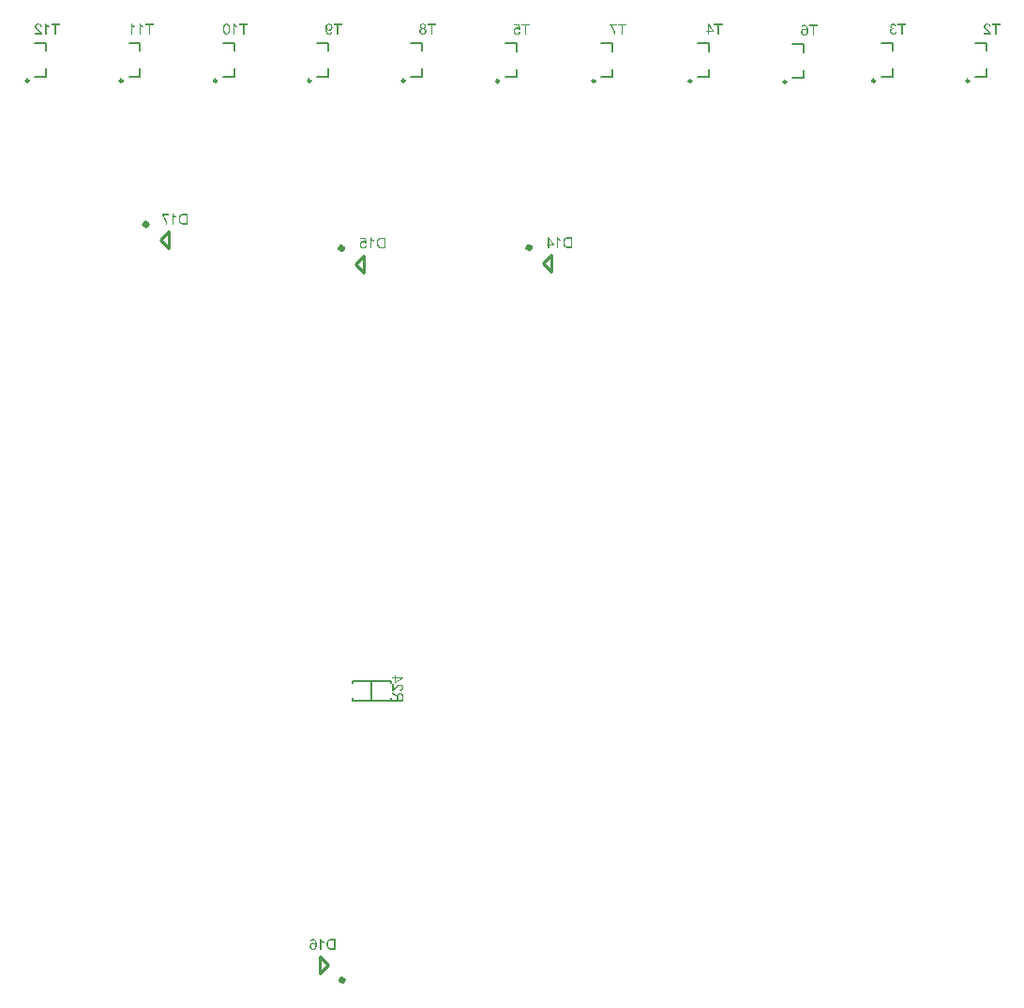
<source format=gbr>
%TF.GenerationSoftware,Altium Limited,Altium Designer,19.0.10 (269)*%
G04 Layer_Color=56026*
%FSLAX26Y26*%
%MOIN*%
%TF.FileFunction,Legend,Bot*%
%TF.Part,Single*%
G01*
G75*
%TA.AperFunction,NonConductor*%
%ADD33C,0.019685*%
%ADD34C,0.009842*%
%ADD35C,0.005906*%
%ADD36C,0.010000*%
%ADD37C,0.007874*%
G36*
X2189536Y1678380D02*
X2214411D01*
Y1674517D01*
X2189536Y1657002D01*
X2185207D01*
Y1673652D01*
X2176016D01*
Y1678380D01*
X2185207D01*
Y1683575D01*
X2189536D01*
Y1678380D01*
D02*
G37*
G36*
X2180545Y1634691D02*
X2181011Y1634990D01*
X2181477Y1635323D01*
X2181910Y1635656D01*
X2182277Y1635956D01*
X2182610Y1636222D01*
X2182876Y1636456D01*
X2183009Y1636589D01*
X2183076Y1636655D01*
X2183342Y1636922D01*
X2183642Y1637221D01*
X2184008Y1637621D01*
X2184374Y1638021D01*
X2185174Y1638920D01*
X2185973Y1639852D01*
X2186339Y1640285D01*
X2186706Y1640718D01*
X2187039Y1641084D01*
X2187338Y1641417D01*
X2187571Y1641717D01*
X2187738Y1641917D01*
X2187871Y1642083D01*
X2187904Y1642117D01*
X2188704Y1643049D01*
X2189436Y1643881D01*
X2190135Y1644681D01*
X2190768Y1645380D01*
X2191367Y1646046D01*
X2191934Y1646612D01*
X2192433Y1647145D01*
X2192899Y1647644D01*
X2193299Y1648044D01*
X2193665Y1648377D01*
X2193965Y1648677D01*
X2194198Y1648943D01*
X2194398Y1649110D01*
X2194564Y1649243D01*
X2194631Y1649309D01*
X2194664Y1649343D01*
X2195563Y1650109D01*
X2196429Y1650774D01*
X2197228Y1651307D01*
X2197928Y1651740D01*
X2198227Y1651907D01*
X2198494Y1652073D01*
X2198727Y1652206D01*
X2198960Y1652306D01*
X2199093Y1652373D01*
X2199226Y1652439D01*
X2199293Y1652473D01*
X2199326D01*
X2200159Y1652806D01*
X2200991Y1653039D01*
X2201757Y1653205D01*
X2202456Y1653305D01*
X2203023Y1653405D01*
X2203289D01*
X2203489Y1653438D01*
X2203655D01*
X2203788D01*
X2203855D01*
X2203888D01*
X2204721Y1653405D01*
X2205520Y1653305D01*
X2206286Y1653139D01*
X2206985Y1652939D01*
X2207651Y1652706D01*
X2208284Y1652406D01*
X2208850Y1652140D01*
X2209383Y1651840D01*
X2209849Y1651507D01*
X2210282Y1651241D01*
X2210648Y1650974D01*
X2210948Y1650708D01*
X2211181Y1650508D01*
X2211347Y1650342D01*
X2211447Y1650242D01*
X2211481Y1650208D01*
X2212014Y1649576D01*
X2212480Y1648910D01*
X2212913Y1648210D01*
X2213246Y1647478D01*
X2213545Y1646745D01*
X2213812Y1646013D01*
X2214012Y1645313D01*
X2214178Y1644614D01*
X2214278Y1643981D01*
X2214378Y1643382D01*
X2214444Y1642816D01*
X2214511Y1642350D01*
Y1641983D01*
X2214544Y1641684D01*
Y1641450D01*
X2214511Y1640451D01*
X2214411Y1639519D01*
X2214278Y1638620D01*
X2214111Y1637787D01*
X2213878Y1637022D01*
X2213645Y1636289D01*
X2213379Y1635623D01*
X2213112Y1635057D01*
X2212846Y1634524D01*
X2212580Y1634058D01*
X2212347Y1633658D01*
X2212113Y1633325D01*
X2211947Y1633059D01*
X2211814Y1632892D01*
X2211714Y1632759D01*
X2211680Y1632726D01*
X2211114Y1632160D01*
X2210515Y1631627D01*
X2209882Y1631194D01*
X2209183Y1630794D01*
X2208517Y1630428D01*
X2207818Y1630129D01*
X2207152Y1629895D01*
X2206486Y1629662D01*
X2205853Y1629496D01*
X2205287Y1629363D01*
X2204754Y1629229D01*
X2204321Y1629163D01*
X2203955Y1629096D01*
X2203655Y1629063D01*
X2203489Y1629030D01*
X2203422D01*
X2202923Y1633891D01*
X2203589Y1633925D01*
X2204188Y1633991D01*
X2204787Y1634091D01*
X2205320Y1634224D01*
X2205820Y1634358D01*
X2206286Y1634524D01*
X2206719Y1634724D01*
X2207118Y1634924D01*
X2207451Y1635090D01*
X2207751Y1635290D01*
X2207984Y1635457D01*
X2208217Y1635623D01*
X2208384Y1635723D01*
X2208484Y1635823D01*
X2208550Y1635889D01*
X2208584Y1635923D01*
X2208950Y1636322D01*
X2209250Y1636755D01*
X2209549Y1637188D01*
X2209782Y1637621D01*
X2209982Y1638087D01*
X2210149Y1638520D01*
X2210382Y1639386D01*
X2210482Y1639785D01*
X2210548Y1640185D01*
X2210582Y1640518D01*
X2210615Y1640784D01*
X2210648Y1641018D01*
Y1641351D01*
X2210615Y1641950D01*
X2210582Y1642516D01*
X2210482Y1643049D01*
X2210349Y1643515D01*
X2210215Y1643981D01*
X2210049Y1644414D01*
X2209849Y1644814D01*
X2209682Y1645180D01*
X2209516Y1645513D01*
X2209316Y1645780D01*
X2209150Y1646013D01*
X2209017Y1646212D01*
X2208883Y1646379D01*
X2208817Y1646479D01*
X2208750Y1646545D01*
X2208717Y1646579D01*
X2208351Y1646945D01*
X2207951Y1647245D01*
X2207551Y1647511D01*
X2207152Y1647744D01*
X2206752Y1647944D01*
X2206386Y1648077D01*
X2205620Y1648344D01*
X2205287Y1648410D01*
X2204987Y1648477D01*
X2204688Y1648510D01*
X2204454Y1648543D01*
X2204255Y1648577D01*
X2204121D01*
X2204021D01*
X2203988D01*
X2203489Y1648543D01*
X2202989Y1648477D01*
X2202490Y1648377D01*
X2201990Y1648244D01*
X2201024Y1647877D01*
X2200159Y1647478D01*
X2199759Y1647278D01*
X2199426Y1647078D01*
X2199093Y1646878D01*
X2198827Y1646712D01*
X2198627Y1646579D01*
X2198460Y1646479D01*
X2198360Y1646412D01*
X2198327Y1646379D01*
X2197728Y1645913D01*
X2197128Y1645380D01*
X2196462Y1644781D01*
X2195796Y1644148D01*
X2195097Y1643448D01*
X2194431Y1642749D01*
X2193765Y1642017D01*
X2193132Y1641317D01*
X2192533Y1640651D01*
X2191967Y1640019D01*
X2191467Y1639453D01*
X2191035Y1638920D01*
X2190668Y1638520D01*
X2190402Y1638187D01*
X2190235Y1637987D01*
X2190169Y1637954D01*
Y1637921D01*
X2189569Y1637188D01*
X2188970Y1636489D01*
X2188404Y1635856D01*
X2187871Y1635257D01*
X2187372Y1634724D01*
X2186872Y1634191D01*
X2186439Y1633758D01*
X2186039Y1633325D01*
X2185673Y1632959D01*
X2185340Y1632659D01*
X2185041Y1632393D01*
X2184807Y1632160D01*
X2184641Y1631993D01*
X2184474Y1631860D01*
X2184408Y1631793D01*
X2184374Y1631760D01*
X2183442Y1631028D01*
X2182510Y1630395D01*
X2181677Y1629829D01*
X2180878Y1629429D01*
X2180545Y1629229D01*
X2180245Y1629096D01*
X2179946Y1628963D01*
X2179713Y1628863D01*
X2179546Y1628763D01*
X2179413Y1628697D01*
X2179313Y1628663D01*
X2179280D01*
X2178680Y1628464D01*
X2178114Y1628330D01*
X2177548Y1628230D01*
X2177048Y1628164D01*
X2176649Y1628130D01*
X2176316D01*
X2176183D01*
X2176083D01*
X2176050D01*
X2176016D01*
Y1653505D01*
X2180545D01*
Y1634691D01*
D02*
G37*
G36*
X2186472Y1619106D02*
X2187571Y1618374D01*
X2188570Y1617608D01*
X2189436Y1616908D01*
X2189802Y1616575D01*
X2190169Y1616276D01*
X2190502Y1615976D01*
X2190768Y1615710D01*
X2191001Y1615476D01*
X2191201Y1615277D01*
X2191367Y1615143D01*
X2191467Y1615010D01*
X2191534Y1614944D01*
X2191567Y1614910D01*
X2191934Y1614477D01*
X2192267Y1614011D01*
X2192600Y1613478D01*
X2192899Y1612979D01*
X2193132Y1612546D01*
X2193332Y1612180D01*
X2193399Y1612047D01*
X2193465Y1611947D01*
X2193499Y1611880D01*
Y1611847D01*
X2193665Y1612846D01*
X2193865Y1613778D01*
X2194098Y1614644D01*
X2194365Y1615443D01*
X2194631Y1616176D01*
X2194931Y1616875D01*
X2195230Y1617475D01*
X2195530Y1618007D01*
X2195830Y1618474D01*
X2196096Y1618873D01*
X2196363Y1619239D01*
X2196596Y1619506D01*
X2196762Y1619739D01*
X2196895Y1619872D01*
X2196995Y1619972D01*
X2197028Y1620005D01*
X2197561Y1620472D01*
X2198127Y1620871D01*
X2198727Y1621237D01*
X2199293Y1621537D01*
X2199892Y1621803D01*
X2200458Y1622037D01*
X2201024Y1622203D01*
X2201524Y1622336D01*
X2202023Y1622436D01*
X2202490Y1622536D01*
X2202889Y1622603D01*
X2203256Y1622636D01*
X2203522Y1622669D01*
X2203755D01*
X2203888D01*
X2203922D01*
X2204521Y1622636D01*
X2205087Y1622603D01*
X2206153Y1622436D01*
X2207152Y1622170D01*
X2207585Y1622037D01*
X2207984Y1621870D01*
X2208351Y1621737D01*
X2208684Y1621570D01*
X2208983Y1621437D01*
X2209216Y1621337D01*
X2209416Y1621204D01*
X2209549Y1621138D01*
X2209649Y1621104D01*
X2209682Y1621071D01*
X2210149Y1620771D01*
X2210582Y1620438D01*
X2211015Y1620072D01*
X2211381Y1619739D01*
X2211714Y1619373D01*
X2212014Y1619006D01*
X2212513Y1618340D01*
X2212879Y1617741D01*
X2213012Y1617475D01*
X2213146Y1617241D01*
X2213246Y1617075D01*
X2213312Y1616942D01*
X2213345Y1616842D01*
Y1616809D01*
X2213545Y1616276D01*
X2213712Y1615710D01*
X2213845Y1615110D01*
X2213978Y1614477D01*
X2214145Y1613179D01*
X2214278Y1611913D01*
X2214311Y1611314D01*
X2214345Y1610781D01*
X2214378Y1610282D01*
X2214411Y1609849D01*
Y1592000D01*
X2176016D01*
Y1597095D01*
X2193066D01*
Y1603655D01*
X2193032Y1604221D01*
X2192999Y1604721D01*
X2192966Y1605120D01*
X2192933Y1605420D01*
X2192899Y1605620D01*
X2192866Y1605753D01*
Y1605786D01*
X2192733Y1606219D01*
X2192566Y1606652D01*
X2192400Y1607018D01*
X2192233Y1607385D01*
X2192067Y1607651D01*
X2191967Y1607884D01*
X2191867Y1608051D01*
X2191834Y1608084D01*
X2191534Y1608517D01*
X2191134Y1608983D01*
X2190702Y1609416D01*
X2190302Y1609815D01*
X2189902Y1610182D01*
X2189569Y1610448D01*
X2189436Y1610548D01*
X2189336Y1610615D01*
X2189303Y1610681D01*
X2189270D01*
X2188903Y1610948D01*
X2188504Y1611247D01*
X2187671Y1611847D01*
X2186805Y1612479D01*
X2185940Y1613046D01*
X2185573Y1613312D01*
X2185207Y1613578D01*
X2184874Y1613778D01*
X2184574Y1613978D01*
X2184341Y1614145D01*
X2184175Y1614244D01*
X2184041Y1614311D01*
X2184008Y1614344D01*
X2176016Y1619406D01*
Y1625766D01*
X2186472Y1619106D01*
D02*
G37*
G36*
X2763718Y3244062D02*
X2764018Y3243596D01*
X2764650Y3242663D01*
X2765350Y3241798D01*
X2766049Y3240998D01*
X2766382Y3240665D01*
X2766682Y3240332D01*
X2766948Y3240066D01*
X2767181Y3239833D01*
X2767414Y3239633D01*
X2767548Y3239500D01*
X2767647Y3239400D01*
X2767681Y3239367D01*
X2768813Y3238434D01*
X2770012Y3237568D01*
X2771177Y3236802D01*
X2771710Y3236436D01*
X2772243Y3236137D01*
X2772742Y3235837D01*
X2773175Y3235604D01*
X2773575Y3235371D01*
X2773908Y3235204D01*
X2774174Y3235071D01*
X2774407Y3234971D01*
X2774541Y3234904D01*
X2774574Y3234871D01*
Y3230309D01*
X2773741Y3230642D01*
X2772876Y3231042D01*
X2772043Y3231441D01*
X2771277Y3231841D01*
X2770944Y3232007D01*
X2770611Y3232207D01*
X2770345Y3232340D01*
X2770112Y3232474D01*
X2769912Y3232573D01*
X2769779Y3232673D01*
X2769679Y3232707D01*
X2769645Y3232740D01*
X2768646Y3233339D01*
X2767781Y3233939D01*
X2767015Y3234505D01*
X2766349Y3234971D01*
X2766082Y3235204D01*
X2765849Y3235404D01*
X2765649Y3235570D01*
X2765450Y3235737D01*
X2765316Y3235837D01*
X2765216Y3235937D01*
X2765183Y3235970D01*
X2765150Y3236003D01*
Y3206000D01*
X2760421D01*
Y3244528D01*
X2763485D01*
X2763718Y3244062D01*
D02*
G37*
G36*
X2815000Y3206000D02*
X2801180D01*
X2799915Y3206033D01*
X2798750Y3206100D01*
X2798217Y3206133D01*
X2797684Y3206200D01*
X2797218Y3206266D01*
X2796785Y3206333D01*
X2796385Y3206366D01*
X2796052Y3206433D01*
X2795753Y3206499D01*
X2795486Y3206533D01*
X2795286Y3206566D01*
X2795153Y3206599D01*
X2795053Y3206633D01*
X2795020D01*
X2794054Y3206899D01*
X2793155Y3207232D01*
X2792389Y3207532D01*
X2791723Y3207865D01*
X2791424Y3207998D01*
X2791157Y3208131D01*
X2790957Y3208264D01*
X2790758Y3208364D01*
X2790624Y3208431D01*
X2790524Y3208497D01*
X2790458Y3208564D01*
X2790425D01*
X2789725Y3209064D01*
X2789093Y3209630D01*
X2788493Y3210229D01*
X2787960Y3210762D01*
X2787528Y3211261D01*
X2787195Y3211661D01*
X2787095Y3211827D01*
X2786995Y3211927D01*
X2786961Y3211994D01*
X2786928Y3212027D01*
X2786362Y3212893D01*
X2785829Y3213859D01*
X2785396Y3214791D01*
X2784997Y3215657D01*
X2784863Y3216057D01*
X2784697Y3216456D01*
X2784597Y3216789D01*
X2784497Y3217056D01*
X2784397Y3217289D01*
X2784331Y3217488D01*
X2784297Y3217588D01*
Y3217622D01*
X2783964Y3218920D01*
X2783698Y3220252D01*
X2783532Y3221584D01*
X2783432Y3222184D01*
X2783398Y3222783D01*
X2783365Y3223316D01*
X2783332Y3223816D01*
X2783298Y3224282D01*
X2783265Y3224648D01*
Y3224948D01*
Y3225181D01*
Y3225347D01*
Y3225381D01*
Y3226313D01*
X2783332Y3227245D01*
X2783398Y3228144D01*
X2783498Y3228977D01*
X2783631Y3229776D01*
X2783765Y3230509D01*
X2783898Y3231208D01*
X2784031Y3231874D01*
X2784164Y3232440D01*
X2784297Y3232973D01*
X2784431Y3233406D01*
X2784564Y3233805D01*
X2784664Y3234105D01*
X2784730Y3234338D01*
X2784764Y3234472D01*
X2784797Y3234505D01*
X2785097Y3235237D01*
X2785430Y3235937D01*
X2785763Y3236603D01*
X2786129Y3237202D01*
X2786495Y3237802D01*
X2786895Y3238334D01*
X2787261Y3238834D01*
X2787627Y3239300D01*
X2787960Y3239700D01*
X2788293Y3240033D01*
X2788560Y3240366D01*
X2788826Y3240599D01*
X2789026Y3240798D01*
X2789193Y3240932D01*
X2789292Y3241032D01*
X2789326Y3241065D01*
X2790225Y3241764D01*
X2791191Y3242330D01*
X2792123Y3242830D01*
X2793022Y3243196D01*
X2793422Y3243363D01*
X2793788Y3243496D01*
X2794121Y3243596D01*
X2794387Y3243696D01*
X2794620Y3243762D01*
X2794820Y3243796D01*
X2794920Y3243829D01*
X2794953D01*
X2795420Y3243929D01*
X2795919Y3244029D01*
X2797018Y3244162D01*
X2798150Y3244262D01*
X2799249Y3244328D01*
X2799782Y3244362D01*
X2800248D01*
X2800681Y3244395D01*
X2815000D01*
Y3206000D01*
D02*
G37*
G36*
X2749898Y3219520D02*
Y3215191D01*
X2733249D01*
Y3206000D01*
X2728520D01*
Y3215191D01*
X2723325D01*
Y3219520D01*
X2728520D01*
Y3244395D01*
X2732383D01*
X2749898Y3219520D01*
D02*
G37*
G36*
X2100718Y3243062D02*
X2101018Y3242596D01*
X2101650Y3241663D01*
X2102350Y3240798D01*
X2103049Y3239998D01*
X2103382Y3239665D01*
X2103682Y3239332D01*
X2103948Y3239066D01*
X2104181Y3238833D01*
X2104414Y3238633D01*
X2104548Y3238500D01*
X2104647Y3238400D01*
X2104681Y3238367D01*
X2105813Y3237434D01*
X2107012Y3236568D01*
X2108177Y3235802D01*
X2108710Y3235436D01*
X2109243Y3235137D01*
X2109742Y3234837D01*
X2110175Y3234604D01*
X2110575Y3234371D01*
X2110908Y3234204D01*
X2111174Y3234071D01*
X2111407Y3233971D01*
X2111541Y3233904D01*
X2111574Y3233871D01*
Y3229309D01*
X2110741Y3229642D01*
X2109876Y3230042D01*
X2109043Y3230441D01*
X2108277Y3230841D01*
X2107944Y3231007D01*
X2107611Y3231207D01*
X2107345Y3231340D01*
X2107112Y3231474D01*
X2106912Y3231573D01*
X2106779Y3231673D01*
X2106679Y3231707D01*
X2106645Y3231740D01*
X2105646Y3232339D01*
X2104781Y3232939D01*
X2104015Y3233505D01*
X2103349Y3233971D01*
X2103082Y3234204D01*
X2102849Y3234404D01*
X2102649Y3234570D01*
X2102450Y3234737D01*
X2102316Y3234837D01*
X2102216Y3234937D01*
X2102183Y3234970D01*
X2102150Y3235003D01*
Y3205000D01*
X2097421D01*
Y3243528D01*
X2100485D01*
X2100718Y3243062D01*
D02*
G37*
G36*
X2084501Y3223182D02*
X2080072Y3222616D01*
X2079639Y3223215D01*
X2079173Y3223715D01*
X2078707Y3224181D01*
X2078240Y3224547D01*
X2077841Y3224880D01*
X2077508Y3225080D01*
X2077375Y3225180D01*
X2077275Y3225246D01*
X2077242Y3225280D01*
X2077208D01*
X2076509Y3225613D01*
X2075810Y3225879D01*
X2075110Y3226046D01*
X2074478Y3226179D01*
X2073912Y3226245D01*
X2073678Y3226279D01*
X2073479Y3226312D01*
X2073112D01*
X2072446Y3226279D01*
X2071780Y3226212D01*
X2071181Y3226079D01*
X2070615Y3225946D01*
X2070082Y3225779D01*
X2069616Y3225579D01*
X2069150Y3225346D01*
X2068750Y3225146D01*
X2068384Y3224913D01*
X2068051Y3224680D01*
X2067784Y3224481D01*
X2067551Y3224314D01*
X2067385Y3224181D01*
X2067251Y3224048D01*
X2067185Y3223981D01*
X2067152Y3223948D01*
X2066752Y3223481D01*
X2066419Y3223015D01*
X2066086Y3222483D01*
X2065853Y3221983D01*
X2065620Y3221450D01*
X2065453Y3220917D01*
X2065154Y3219885D01*
X2065087Y3219419D01*
X2065020Y3218986D01*
X2064954Y3218586D01*
X2064921Y3218253D01*
X2064887Y3217987D01*
Y3217754D01*
Y3217621D01*
Y3217587D01*
X2064921Y3216822D01*
X2064987Y3216089D01*
X2065120Y3215390D01*
X2065253Y3214757D01*
X2065420Y3214124D01*
X2065620Y3213591D01*
X2065853Y3213059D01*
X2066053Y3212592D01*
X2066286Y3212193D01*
X2066519Y3211827D01*
X2066719Y3211527D01*
X2066885Y3211260D01*
X2067018Y3211061D01*
X2067152Y3210927D01*
X2067218Y3210827D01*
X2067251Y3210794D01*
X2067684Y3210328D01*
X2068151Y3209962D01*
X2068650Y3209595D01*
X2069150Y3209329D01*
X2069616Y3209063D01*
X2070082Y3208863D01*
X2070548Y3208696D01*
X2071014Y3208563D01*
X2071414Y3208430D01*
X2071814Y3208363D01*
X2072147Y3208297D01*
X2072446Y3208263D01*
X2072679D01*
X2072846Y3208230D01*
X2073012D01*
X2073545Y3208263D01*
X2074045Y3208297D01*
X2074944Y3208497D01*
X2075776Y3208796D01*
X2076476Y3209129D01*
X2076775Y3209296D01*
X2077075Y3209462D01*
X2077275Y3209629D01*
X2077475Y3209762D01*
X2077641Y3209862D01*
X2077741Y3209962D01*
X2077808Y3209995D01*
X2077841Y3210028D01*
X2078207Y3210395D01*
X2078507Y3210794D01*
X2079073Y3211660D01*
X2079506Y3212559D01*
X2079839Y3213458D01*
X2079972Y3213891D01*
X2080105Y3214257D01*
X2080172Y3214624D01*
X2080272Y3214923D01*
X2080305Y3215190D01*
X2080338Y3215356D01*
X2080372Y3215490D01*
Y3215523D01*
X2085333Y3215090D01*
X2085200Y3214191D01*
X2085034Y3213358D01*
X2084801Y3212559D01*
X2084534Y3211827D01*
X2084268Y3211127D01*
X2083935Y3210494D01*
X2083602Y3209895D01*
X2083269Y3209362D01*
X2082936Y3208896D01*
X2082636Y3208497D01*
X2082336Y3208130D01*
X2082103Y3207831D01*
X2081870Y3207597D01*
X2081704Y3207431D01*
X2081604Y3207331D01*
X2081570Y3207298D01*
X2080938Y3206798D01*
X2080238Y3206332D01*
X2079539Y3205932D01*
X2078840Y3205599D01*
X2078107Y3205333D01*
X2077408Y3205100D01*
X2076709Y3204900D01*
X2076043Y3204734D01*
X2075410Y3204600D01*
X2074844Y3204534D01*
X2074311Y3204467D01*
X2073878Y3204401D01*
X2073512D01*
X2073245Y3204367D01*
X2073012D01*
X2071847Y3204434D01*
X2070748Y3204567D01*
X2069716Y3204800D01*
X2068750Y3205100D01*
X2067851Y3205433D01*
X2067018Y3205832D01*
X2066253Y3206265D01*
X2065586Y3206698D01*
X2064987Y3207098D01*
X2064454Y3207531D01*
X2063988Y3207930D01*
X2063622Y3208263D01*
X2063322Y3208563D01*
X2063122Y3208796D01*
X2062989Y3208929D01*
X2062956Y3208996D01*
X2062423Y3209729D01*
X2061957Y3210494D01*
X2061524Y3211260D01*
X2061191Y3212026D01*
X2060891Y3212792D01*
X2060625Y3213525D01*
X2060425Y3214257D01*
X2060258Y3214957D01*
X2060159Y3215589D01*
X2060059Y3216189D01*
X2059992Y3216688D01*
X2059925Y3217155D01*
Y3217521D01*
X2059892Y3217787D01*
Y3217954D01*
Y3218020D01*
X2059925Y3219019D01*
X2060025Y3219985D01*
X2060225Y3220884D01*
X2060425Y3221717D01*
X2060691Y3222516D01*
X2060991Y3223248D01*
X2061291Y3223948D01*
X2061624Y3224547D01*
X2061957Y3225113D01*
X2062256Y3225579D01*
X2062556Y3226012D01*
X2062823Y3226345D01*
X2063022Y3226612D01*
X2063189Y3226811D01*
X2063322Y3226945D01*
X2063355Y3226978D01*
X2064021Y3227611D01*
X2064721Y3228144D01*
X2065420Y3228610D01*
X2066153Y3229009D01*
X2066852Y3229342D01*
X2067551Y3229609D01*
X2068251Y3229842D01*
X2068883Y3230042D01*
X2069516Y3230175D01*
X2070082Y3230275D01*
X2070581Y3230375D01*
X2071014Y3230408D01*
X2071347Y3230441D01*
X2071614Y3230474D01*
X2071847D01*
X2072546Y3230441D01*
X2073245Y3230375D01*
X2073912Y3230241D01*
X2074577Y3230108D01*
X2075210Y3229908D01*
X2075810Y3229709D01*
X2076376Y3229476D01*
X2076909Y3229276D01*
X2077375Y3229043D01*
X2077808Y3228809D01*
X2078174Y3228610D01*
X2078507Y3228410D01*
X2078773Y3228277D01*
X2078940Y3228144D01*
X2079073Y3228077D01*
X2079106Y3228044D01*
X2077042Y3238400D01*
X2061690D01*
Y3242895D01*
X2080771D01*
X2084501Y3223182D01*
D02*
G37*
G36*
X2152000Y3205000D02*
X2138180D01*
X2136915Y3205033D01*
X2135750Y3205100D01*
X2135217Y3205133D01*
X2134684Y3205200D01*
X2134218Y3205266D01*
X2133785Y3205333D01*
X2133385Y3205366D01*
X2133052Y3205433D01*
X2132753Y3205499D01*
X2132486Y3205533D01*
X2132286Y3205566D01*
X2132153Y3205599D01*
X2132053Y3205633D01*
X2132020D01*
X2131054Y3205899D01*
X2130155Y3206232D01*
X2129389Y3206532D01*
X2128723Y3206865D01*
X2128424Y3206998D01*
X2128157Y3207131D01*
X2127957Y3207264D01*
X2127758Y3207364D01*
X2127624Y3207431D01*
X2127524Y3207497D01*
X2127458Y3207564D01*
X2127425D01*
X2126725Y3208064D01*
X2126093Y3208630D01*
X2125493Y3209229D01*
X2124960Y3209762D01*
X2124528Y3210261D01*
X2124195Y3210661D01*
X2124095Y3210827D01*
X2123995Y3210927D01*
X2123961Y3210994D01*
X2123928Y3211027D01*
X2123362Y3211893D01*
X2122829Y3212859D01*
X2122396Y3213791D01*
X2121997Y3214657D01*
X2121863Y3215057D01*
X2121697Y3215456D01*
X2121597Y3215789D01*
X2121497Y3216056D01*
X2121397Y3216289D01*
X2121331Y3216488D01*
X2121297Y3216588D01*
Y3216622D01*
X2120964Y3217920D01*
X2120698Y3219252D01*
X2120532Y3220584D01*
X2120432Y3221184D01*
X2120398Y3221783D01*
X2120365Y3222316D01*
X2120332Y3222816D01*
X2120298Y3223282D01*
X2120265Y3223648D01*
Y3223948D01*
Y3224181D01*
Y3224347D01*
Y3224381D01*
Y3225313D01*
X2120332Y3226245D01*
X2120398Y3227144D01*
X2120498Y3227977D01*
X2120631Y3228776D01*
X2120765Y3229509D01*
X2120898Y3230208D01*
X2121031Y3230874D01*
X2121164Y3231440D01*
X2121297Y3231973D01*
X2121431Y3232406D01*
X2121564Y3232805D01*
X2121664Y3233105D01*
X2121730Y3233338D01*
X2121764Y3233472D01*
X2121797Y3233505D01*
X2122097Y3234237D01*
X2122430Y3234937D01*
X2122763Y3235603D01*
X2123129Y3236202D01*
X2123495Y3236802D01*
X2123895Y3237334D01*
X2124261Y3237834D01*
X2124627Y3238300D01*
X2124960Y3238700D01*
X2125293Y3239033D01*
X2125560Y3239366D01*
X2125826Y3239599D01*
X2126026Y3239798D01*
X2126193Y3239932D01*
X2126292Y3240032D01*
X2126326Y3240065D01*
X2127225Y3240764D01*
X2128191Y3241330D01*
X2129123Y3241830D01*
X2130022Y3242196D01*
X2130422Y3242363D01*
X2130788Y3242496D01*
X2131121Y3242596D01*
X2131387Y3242696D01*
X2131620Y3242762D01*
X2131820Y3242796D01*
X2131920Y3242829D01*
X2131953D01*
X2132420Y3242929D01*
X2132919Y3243029D01*
X2134018Y3243162D01*
X2135150Y3243262D01*
X2136249Y3243328D01*
X2136782Y3243362D01*
X2137248D01*
X2137681Y3243395D01*
X2152000D01*
Y3205000D01*
D02*
G37*
G36*
X1397064Y3327062D02*
X1397364Y3326596D01*
X1397997Y3325663D01*
X1398696Y3324798D01*
X1399396Y3323998D01*
X1399728Y3323665D01*
X1400028Y3323332D01*
X1400295Y3323066D01*
X1400528Y3322833D01*
X1400761Y3322633D01*
X1400894Y3322500D01*
X1400994Y3322400D01*
X1401027Y3322367D01*
X1402159Y3321434D01*
X1403358Y3320568D01*
X1404524Y3319802D01*
X1405056Y3319436D01*
X1405589Y3319137D01*
X1406089Y3318837D01*
X1406522Y3318604D01*
X1406921Y3318371D01*
X1407254Y3318204D01*
X1407521Y3318071D01*
X1407754Y3317971D01*
X1407887Y3317904D01*
X1407920Y3317871D01*
Y3313309D01*
X1407088Y3313642D01*
X1406222Y3314042D01*
X1405389Y3314441D01*
X1404624Y3314841D01*
X1404291Y3315007D01*
X1403958Y3315207D01*
X1403691Y3315340D01*
X1403458Y3315474D01*
X1403258Y3315573D01*
X1403125Y3315673D01*
X1403025Y3315707D01*
X1402992Y3315740D01*
X1401993Y3316339D01*
X1401127Y3316939D01*
X1400361Y3317505D01*
X1399695Y3317971D01*
X1399429Y3318204D01*
X1399196Y3318404D01*
X1398996Y3318570D01*
X1398796Y3318737D01*
X1398663Y3318837D01*
X1398563Y3318937D01*
X1398530Y3318970D01*
X1398496Y3319003D01*
Y3289000D01*
X1393768D01*
Y3327528D01*
X1396831D01*
X1397064Y3327062D01*
D02*
G37*
G36*
X1448347Y3289000D02*
X1434527D01*
X1433262Y3289033D01*
X1432096Y3289100D01*
X1431563Y3289133D01*
X1431031Y3289200D01*
X1430564Y3289266D01*
X1430131Y3289333D01*
X1429732Y3289366D01*
X1429399Y3289433D01*
X1429099Y3289499D01*
X1428833Y3289533D01*
X1428633Y3289566D01*
X1428500Y3289599D01*
X1428400Y3289633D01*
X1428367D01*
X1427401Y3289899D01*
X1426502Y3290232D01*
X1425736Y3290532D01*
X1425070Y3290865D01*
X1424770Y3290998D01*
X1424504Y3291131D01*
X1424304Y3291264D01*
X1424104Y3291364D01*
X1423971Y3291431D01*
X1423871Y3291497D01*
X1423804Y3291564D01*
X1423771D01*
X1423072Y3292064D01*
X1422439Y3292630D01*
X1421840Y3293229D01*
X1421307Y3293762D01*
X1420874Y3294261D01*
X1420541Y3294661D01*
X1420441Y3294827D01*
X1420341Y3294927D01*
X1420308Y3294994D01*
X1420275Y3295027D01*
X1419708Y3295893D01*
X1419176Y3296859D01*
X1418743Y3297791D01*
X1418343Y3298657D01*
X1418210Y3299057D01*
X1418043Y3299456D01*
X1417944Y3299789D01*
X1417844Y3300056D01*
X1417744Y3300289D01*
X1417677Y3300488D01*
X1417644Y3300588D01*
Y3300622D01*
X1417311Y3301920D01*
X1417044Y3303252D01*
X1416878Y3304584D01*
X1416778Y3305184D01*
X1416745Y3305783D01*
X1416711Y3306316D01*
X1416678Y3306816D01*
X1416645Y3307282D01*
X1416612Y3307648D01*
Y3307948D01*
Y3308181D01*
Y3308347D01*
Y3308381D01*
Y3309313D01*
X1416678Y3310245D01*
X1416745Y3311144D01*
X1416845Y3311977D01*
X1416978Y3312776D01*
X1417111Y3313509D01*
X1417244Y3314208D01*
X1417378Y3314874D01*
X1417511Y3315440D01*
X1417644Y3315973D01*
X1417777Y3316406D01*
X1417910Y3316805D01*
X1418010Y3317105D01*
X1418077Y3317338D01*
X1418110Y3317472D01*
X1418143Y3317505D01*
X1418443Y3318237D01*
X1418776Y3318937D01*
X1419109Y3319603D01*
X1419475Y3320202D01*
X1419842Y3320802D01*
X1420241Y3321334D01*
X1420608Y3321834D01*
X1420974Y3322300D01*
X1421307Y3322700D01*
X1421640Y3323033D01*
X1421906Y3323366D01*
X1422173Y3323599D01*
X1422372Y3323798D01*
X1422539Y3323932D01*
X1422639Y3324032D01*
X1422672Y3324065D01*
X1423571Y3324764D01*
X1424537Y3325330D01*
X1425469Y3325830D01*
X1426369Y3326196D01*
X1426768Y3326363D01*
X1427134Y3326496D01*
X1427467Y3326596D01*
X1427734Y3326696D01*
X1427967Y3326762D01*
X1428167Y3326796D01*
X1428267Y3326829D01*
X1428300D01*
X1428766Y3326929D01*
X1429266Y3327029D01*
X1430364Y3327162D01*
X1431497Y3327262D01*
X1432596Y3327328D01*
X1433128Y3327362D01*
X1433595D01*
X1434027Y3327395D01*
X1448347D01*
Y3289000D01*
D02*
G37*
G36*
X1381380Y3322367D02*
X1362566D01*
X1363232Y3321567D01*
X1363898Y3320768D01*
X1365130Y3319070D01*
X1365729Y3318204D01*
X1366295Y3317372D01*
X1366828Y3316572D01*
X1367294Y3315807D01*
X1367761Y3315074D01*
X1368160Y3314408D01*
X1368493Y3313809D01*
X1368793Y3313309D01*
X1369026Y3312876D01*
X1369226Y3312576D01*
X1369326Y3312377D01*
X1369359Y3312343D01*
Y3312310D01*
X1369925Y3311178D01*
X1370491Y3310079D01*
X1370991Y3308947D01*
X1371457Y3307848D01*
X1371923Y3306782D01*
X1372323Y3305783D01*
X1372689Y3304784D01*
X1372989Y3303885D01*
X1373288Y3303053D01*
X1373555Y3302287D01*
X1373755Y3301587D01*
X1373921Y3301021D01*
X1374088Y3300555D01*
X1374187Y3300222D01*
X1374221Y3300089D01*
Y3299989D01*
X1374254Y3299956D01*
Y3299922D01*
X1374554Y3298757D01*
X1374820Y3297625D01*
X1375053Y3296526D01*
X1375253Y3295527D01*
X1375419Y3294561D01*
X1375553Y3293662D01*
X1375686Y3292829D01*
X1375786Y3292064D01*
X1375852Y3291364D01*
X1375919Y3290765D01*
X1375952Y3290232D01*
X1375986Y3289799D01*
Y3289466D01*
X1376019Y3289200D01*
Y3289067D01*
Y3289000D01*
X1371157D01*
X1370957Y3291098D01*
X1370857Y3292097D01*
X1370724Y3293063D01*
X1370591Y3293995D01*
X1370425Y3294861D01*
X1370258Y3295660D01*
X1370125Y3296426D01*
X1369958Y3297092D01*
X1369825Y3297691D01*
X1369692Y3298224D01*
X1369592Y3298690D01*
X1369492Y3299057D01*
X1369426Y3299323D01*
X1369359Y3299456D01*
Y3299523D01*
X1368959Y3300788D01*
X1368560Y3302054D01*
X1368127Y3303286D01*
X1367661Y3304485D01*
X1367194Y3305650D01*
X1366728Y3306749D01*
X1366295Y3307781D01*
X1365829Y3308747D01*
X1365429Y3309646D01*
X1365030Y3310445D01*
X1364697Y3311144D01*
X1364397Y3311744D01*
X1364131Y3312210D01*
X1364031Y3312410D01*
X1363964Y3312543D01*
X1363898Y3312676D01*
X1363831Y3312776D01*
X1363798Y3312809D01*
Y3312843D01*
X1363132Y3314008D01*
X1362466Y3315140D01*
X1361800Y3316206D01*
X1361134Y3317172D01*
X1360501Y3318104D01*
X1359902Y3318970D01*
X1359336Y3319736D01*
X1358803Y3320435D01*
X1358303Y3321068D01*
X1357870Y3321634D01*
X1357471Y3322100D01*
X1357138Y3322500D01*
X1356871Y3322800D01*
X1356672Y3323033D01*
X1356538Y3323166D01*
X1356505Y3323199D01*
Y3326895D01*
X1381380D01*
Y3322367D01*
D02*
G37*
G36*
X1922718Y747062D02*
X1923018Y746596D01*
X1923650Y745663D01*
X1924350Y744798D01*
X1925049Y743998D01*
X1925382Y743665D01*
X1925682Y743332D01*
X1925948Y743066D01*
X1926181Y742833D01*
X1926414Y742633D01*
X1926547Y742500D01*
X1926647Y742400D01*
X1926681Y742367D01*
X1927813Y741434D01*
X1929012Y740568D01*
X1930177Y739803D01*
X1930710Y739436D01*
X1931243Y739136D01*
X1931742Y738837D01*
X1932175Y738604D01*
X1932575Y738371D01*
X1932908Y738204D01*
X1933174Y738071D01*
X1933407Y737971D01*
X1933541Y737904D01*
X1933574Y737871D01*
Y733309D01*
X1932741Y733642D01*
X1931876Y734042D01*
X1931043Y734441D01*
X1930277Y734841D01*
X1929944Y735007D01*
X1929611Y735207D01*
X1929345Y735340D01*
X1929112Y735473D01*
X1928912Y735573D01*
X1928779Y735673D01*
X1928679Y735707D01*
X1928645Y735740D01*
X1927646Y736339D01*
X1926781Y736939D01*
X1926015Y737505D01*
X1925349Y737971D01*
X1925082Y738204D01*
X1924849Y738404D01*
X1924649Y738570D01*
X1924450Y738737D01*
X1924316Y738837D01*
X1924216Y738937D01*
X1924183Y738970D01*
X1924150Y739003D01*
Y709000D01*
X1919421D01*
Y747528D01*
X1922485D01*
X1922718Y747062D01*
D02*
G37*
G36*
X1894846Y747495D02*
X1895911Y747328D01*
X1896910Y747129D01*
X1897843Y746829D01*
X1898709Y746496D01*
X1899475Y746130D01*
X1900207Y745730D01*
X1900873Y745330D01*
X1901473Y744931D01*
X1901972Y744531D01*
X1902405Y744165D01*
X1902771Y743832D01*
X1903071Y743532D01*
X1903271Y743332D01*
X1903404Y743199D01*
X1903437Y743133D01*
X1903804Y742633D01*
X1904170Y742134D01*
X1904803Y741001D01*
X1905335Y739769D01*
X1905802Y738471D01*
X1906201Y737139D01*
X1906534Y735773D01*
X1906801Y734441D01*
X1907034Y733143D01*
X1907200Y731910D01*
X1907300Y730745D01*
X1907367Y730179D01*
X1907400Y729679D01*
X1907433Y729213D01*
X1907467Y728780D01*
X1907500Y728381D01*
Y728014D01*
Y727715D01*
X1907533Y727448D01*
Y727215D01*
Y727082D01*
Y726982D01*
Y726949D01*
X1907500Y725150D01*
X1907367Y723486D01*
X1907200Y721954D01*
X1906967Y720522D01*
X1906667Y719256D01*
X1906368Y718091D01*
X1906035Y717025D01*
X1905668Y716093D01*
X1905335Y715294D01*
X1905002Y714594D01*
X1904703Y713995D01*
X1904403Y713529D01*
X1904170Y713163D01*
X1904003Y712896D01*
X1903870Y712763D01*
X1903837Y712696D01*
X1903104Y711930D01*
X1902338Y711264D01*
X1901572Y710698D01*
X1900773Y710199D01*
X1899941Y709766D01*
X1899142Y709433D01*
X1898376Y709133D01*
X1897610Y708900D01*
X1896910Y708734D01*
X1896278Y708600D01*
X1895678Y708500D01*
X1895179Y708434D01*
X1894779Y708401D01*
X1894480Y708367D01*
X1894213D01*
X1893581Y708401D01*
X1892948Y708434D01*
X1891782Y708634D01*
X1891249Y708734D01*
X1890717Y708900D01*
X1890251Y709033D01*
X1889818Y709200D01*
X1889418Y709333D01*
X1889052Y709500D01*
X1888752Y709633D01*
X1888486Y709733D01*
X1888286Y709866D01*
X1888153Y709932D01*
X1888053Y709966D01*
X1888019Y709999D01*
X1887520Y710332D01*
X1887054Y710698D01*
X1886188Y711431D01*
X1885455Y712230D01*
X1884856Y712996D01*
X1884356Y713695D01*
X1884157Y713995D01*
X1884023Y714261D01*
X1883890Y714461D01*
X1883790Y714628D01*
X1883757Y714728D01*
X1883724Y714761D01*
X1883457Y715360D01*
X1883191Y715926D01*
X1882825Y717125D01*
X1882525Y718224D01*
X1882425Y718757D01*
X1882358Y719256D01*
X1882292Y719723D01*
X1882225Y720155D01*
X1882192Y720522D01*
Y720855D01*
X1882159Y721088D01*
Y721288D01*
Y721421D01*
Y721454D01*
X1882192Y722453D01*
X1882292Y723419D01*
X1882458Y724318D01*
X1882691Y725184D01*
X1882925Y725983D01*
X1883224Y726716D01*
X1883524Y727382D01*
X1883824Y727981D01*
X1884123Y728547D01*
X1884423Y729013D01*
X1884723Y729446D01*
X1884956Y729779D01*
X1885189Y730046D01*
X1885355Y730245D01*
X1885455Y730379D01*
X1885489Y730412D01*
X1886121Y731045D01*
X1886787Y731577D01*
X1887453Y732044D01*
X1888153Y732443D01*
X1888819Y732776D01*
X1889485Y733043D01*
X1890151Y733276D01*
X1890750Y733476D01*
X1891316Y733609D01*
X1891849Y733709D01*
X1892315Y733808D01*
X1892715Y733842D01*
X1893048Y733875D01*
X1893314Y733908D01*
X1893514D01*
X1894513Y733842D01*
X1895445Y733709D01*
X1896344Y733509D01*
X1897110Y733276D01*
X1897443Y733143D01*
X1897743Y733043D01*
X1898009Y732943D01*
X1898243Y732843D01*
X1898442Y732776D01*
X1898575Y732710D01*
X1898642Y732643D01*
X1898675D01*
X1899574Y732110D01*
X1900374Y731511D01*
X1901073Y730878D01*
X1901672Y730245D01*
X1902172Y729679D01*
X1902372Y729413D01*
X1902538Y729213D01*
X1902671Y729013D01*
X1902771Y728880D01*
X1902805Y728813D01*
X1902838Y728780D01*
X1902805Y729846D01*
X1902771Y730812D01*
X1902705Y731744D01*
X1902605Y732610D01*
X1902505Y733376D01*
X1902405Y734108D01*
X1902305Y734774D01*
X1902172Y735374D01*
X1902072Y735906D01*
X1901939Y736339D01*
X1901839Y736739D01*
X1901739Y737072D01*
X1901639Y737305D01*
X1901606Y737505D01*
X1901539Y737605D01*
Y737638D01*
X1901273Y738204D01*
X1901006Y738737D01*
X1900740Y739236D01*
X1900440Y739703D01*
X1900141Y740135D01*
X1899841Y740535D01*
X1899574Y740868D01*
X1899275Y741201D01*
X1899008Y741467D01*
X1898775Y741734D01*
X1898575Y741934D01*
X1898376Y742100D01*
X1898209Y742233D01*
X1898109Y742333D01*
X1898043Y742367D01*
X1898009Y742400D01*
X1897343Y742833D01*
X1896677Y743133D01*
X1896011Y743366D01*
X1895379Y743499D01*
X1894846Y743599D01*
X1894613Y743632D01*
X1894413D01*
X1894280Y743665D01*
X1894047D01*
X1893547Y743632D01*
X1893048Y743565D01*
X1892582Y743466D01*
X1892115Y743366D01*
X1891316Y743033D01*
X1890617Y742666D01*
X1890350Y742466D01*
X1890084Y742267D01*
X1889851Y742100D01*
X1889651Y741967D01*
X1889518Y741834D01*
X1889418Y741734D01*
X1889351Y741667D01*
X1889318Y741634D01*
X1889118Y741368D01*
X1888918Y741101D01*
X1888552Y740468D01*
X1888253Y739803D01*
X1887986Y739136D01*
X1887786Y738537D01*
X1887686Y738271D01*
X1887620Y738071D01*
X1887586Y737871D01*
X1887553Y737738D01*
X1887520Y737638D01*
Y737605D01*
X1882825Y737971D01*
X1882958Y738770D01*
X1883158Y739569D01*
X1883357Y740269D01*
X1883624Y740935D01*
X1883890Y741567D01*
X1884190Y742134D01*
X1884490Y742666D01*
X1884789Y743133D01*
X1885089Y743565D01*
X1885355Y743932D01*
X1885622Y744231D01*
X1885855Y744498D01*
X1886055Y744698D01*
X1886188Y744864D01*
X1886288Y744931D01*
X1886321Y744964D01*
X1886887Y745430D01*
X1887487Y745797D01*
X1888086Y746163D01*
X1888719Y746462D01*
X1889318Y746696D01*
X1889951Y746895D01*
X1890550Y747062D01*
X1891116Y747195D01*
X1891649Y747328D01*
X1892149Y747395D01*
X1892615Y747462D01*
X1892981Y747495D01*
X1893314Y747528D01*
X1893747D01*
X1894846Y747495D01*
D02*
G37*
G36*
X1974000Y709000D02*
X1960180D01*
X1958915Y709033D01*
X1957750Y709100D01*
X1957217Y709133D01*
X1956684Y709200D01*
X1956218Y709266D01*
X1955785Y709333D01*
X1955385Y709366D01*
X1955052Y709433D01*
X1954753Y709500D01*
X1954486Y709533D01*
X1954286Y709566D01*
X1954153Y709599D01*
X1954053Y709633D01*
X1954020D01*
X1953054Y709899D01*
X1952155Y710232D01*
X1951389Y710532D01*
X1950723Y710865D01*
X1950424Y710998D01*
X1950157Y711131D01*
X1949957Y711264D01*
X1949758Y711364D01*
X1949624Y711431D01*
X1949524Y711497D01*
X1949458Y711564D01*
X1949425D01*
X1948725Y712064D01*
X1948093Y712630D01*
X1947493Y713229D01*
X1946960Y713762D01*
X1946527Y714261D01*
X1946195Y714661D01*
X1946095Y714827D01*
X1945995Y714927D01*
X1945961Y714994D01*
X1945928Y715027D01*
X1945362Y715893D01*
X1944829Y716859D01*
X1944396Y717791D01*
X1943997Y718657D01*
X1943863Y719057D01*
X1943697Y719456D01*
X1943597Y719789D01*
X1943497Y720056D01*
X1943397Y720289D01*
X1943331Y720489D01*
X1943297Y720588D01*
Y720622D01*
X1942964Y721920D01*
X1942698Y723252D01*
X1942532Y724584D01*
X1942432Y725184D01*
X1942398Y725783D01*
X1942365Y726316D01*
X1942332Y726816D01*
X1942298Y727282D01*
X1942265Y727648D01*
Y727948D01*
Y728181D01*
Y728347D01*
Y728381D01*
Y729313D01*
X1942332Y730245D01*
X1942398Y731144D01*
X1942498Y731977D01*
X1942631Y732776D01*
X1942765Y733509D01*
X1942898Y734208D01*
X1943031Y734874D01*
X1943164Y735440D01*
X1943297Y735973D01*
X1943431Y736406D01*
X1943564Y736806D01*
X1943664Y737105D01*
X1943730Y737338D01*
X1943764Y737471D01*
X1943797Y737505D01*
X1944097Y738237D01*
X1944430Y738937D01*
X1944763Y739603D01*
X1945129Y740202D01*
X1945495Y740802D01*
X1945895Y741334D01*
X1946261Y741834D01*
X1946627Y742300D01*
X1946960Y742700D01*
X1947293Y743033D01*
X1947560Y743366D01*
X1947826Y743599D01*
X1948026Y743798D01*
X1948193Y743932D01*
X1948292Y744032D01*
X1948326Y744065D01*
X1949225Y744764D01*
X1950190Y745330D01*
X1951123Y745830D01*
X1952022Y746196D01*
X1952422Y746363D01*
X1952788Y746496D01*
X1953121Y746596D01*
X1953387Y746696D01*
X1953620Y746762D01*
X1953820Y746795D01*
X1953920Y746829D01*
X1953953D01*
X1954420Y746929D01*
X1954919Y747029D01*
X1956018Y747162D01*
X1957150Y747262D01*
X1958249Y747328D01*
X1958782Y747362D01*
X1959248D01*
X1959681Y747395D01*
X1974000D01*
Y709000D01*
D02*
G37*
G36*
X2631093Y3983180D02*
X2626664Y3982614D01*
X2626231Y3983213D01*
X2625765Y3983713D01*
X2625298Y3984179D01*
X2624832Y3984546D01*
X2624433Y3984878D01*
X2624100Y3985078D01*
X2623966Y3985178D01*
X2623867Y3985245D01*
X2623833Y3985278D01*
X2623800D01*
X2623101Y3985611D01*
X2622401Y3985878D01*
X2621702Y3986044D01*
X2621069Y3986177D01*
X2620503Y3986244D01*
X2620270Y3986277D01*
X2620070Y3986310D01*
X2619704D01*
X2619038Y3986277D01*
X2618372Y3986211D01*
X2617773Y3986077D01*
X2617207Y3985944D01*
X2616674Y3985778D01*
X2616208Y3985578D01*
X2615741Y3985345D01*
X2615342Y3985145D01*
X2614976Y3984912D01*
X2614642Y3984679D01*
X2614376Y3984479D01*
X2614143Y3984312D01*
X2613977Y3984179D01*
X2613843Y3984046D01*
X2613777Y3983979D01*
X2613743Y3983946D01*
X2613344Y3983480D01*
X2613011Y3983014D01*
X2612678Y3982481D01*
X2612445Y3981981D01*
X2612212Y3981449D01*
X2612045Y3980916D01*
X2611745Y3979883D01*
X2611679Y3979417D01*
X2611612Y3978984D01*
X2611546Y3978585D01*
X2611512Y3978252D01*
X2611479Y3977985D01*
Y3977752D01*
Y3977619D01*
Y3977586D01*
X2611512Y3976820D01*
X2611579Y3976087D01*
X2611712Y3975388D01*
X2611845Y3974755D01*
X2612012Y3974123D01*
X2612212Y3973590D01*
X2612445Y3973057D01*
X2612644Y3972591D01*
X2612878Y3972191D01*
X2613111Y3971825D01*
X2613311Y3971525D01*
X2613477Y3971259D01*
X2613610Y3971059D01*
X2613743Y3970926D01*
X2613810Y3970826D01*
X2613843Y3970793D01*
X2614276Y3970326D01*
X2614742Y3969960D01*
X2615242Y3969594D01*
X2615741Y3969327D01*
X2616208Y3969061D01*
X2616674Y3968861D01*
X2617140Y3968695D01*
X2617606Y3968561D01*
X2618006Y3968428D01*
X2618405Y3968362D01*
X2618738Y3968295D01*
X2619038Y3968262D01*
X2619271D01*
X2619438Y3968229D01*
X2619604D01*
X2620137Y3968262D01*
X2620637Y3968295D01*
X2621536Y3968495D01*
X2622368Y3968795D01*
X2623067Y3969128D01*
X2623367Y3969294D01*
X2623667Y3969461D01*
X2623867Y3969627D01*
X2624066Y3969760D01*
X2624233Y3969860D01*
X2624333Y3969960D01*
X2624399Y3969993D01*
X2624433Y3970027D01*
X2624799Y3970393D01*
X2625099Y3970793D01*
X2625665Y3971658D01*
X2626098Y3972557D01*
X2626431Y3973457D01*
X2626564Y3973890D01*
X2626697Y3974256D01*
X2626764Y3974622D01*
X2626864Y3974922D01*
X2626897Y3975188D01*
X2626930Y3975355D01*
X2626963Y3975488D01*
Y3975521D01*
X2631925Y3975088D01*
X2631792Y3974189D01*
X2631626Y3973357D01*
X2631392Y3972557D01*
X2631126Y3971825D01*
X2630860Y3971126D01*
X2630527Y3970493D01*
X2630194Y3969894D01*
X2629861Y3969361D01*
X2629528Y3968894D01*
X2629228Y3968495D01*
X2628928Y3968129D01*
X2628695Y3967829D01*
X2628462Y3967596D01*
X2628296Y3967429D01*
X2628196Y3967329D01*
X2628162Y3967296D01*
X2627530Y3966797D01*
X2626830Y3966330D01*
X2626131Y3965931D01*
X2625432Y3965598D01*
X2624699Y3965331D01*
X2624000Y3965098D01*
X2623300Y3964898D01*
X2622635Y3964732D01*
X2622002Y3964599D01*
X2621436Y3964532D01*
X2620903Y3964466D01*
X2620470Y3964399D01*
X2620104D01*
X2619837Y3964366D01*
X2619604D01*
X2618439Y3964432D01*
X2617340Y3964566D01*
X2616307Y3964799D01*
X2615342Y3965098D01*
X2614443Y3965431D01*
X2613610Y3965831D01*
X2612844Y3966264D01*
X2612178Y3966697D01*
X2611579Y3967096D01*
X2611046Y3967529D01*
X2610580Y3967929D01*
X2610214Y3968262D01*
X2609914Y3968561D01*
X2609714Y3968795D01*
X2609581Y3968928D01*
X2609548Y3968994D01*
X2609015Y3969727D01*
X2608549Y3970493D01*
X2608116Y3971259D01*
X2607783Y3972025D01*
X2607483Y3972791D01*
X2607217Y3973523D01*
X2607017Y3974256D01*
X2606850Y3974955D01*
X2606750Y3975588D01*
X2606651Y3976187D01*
X2606584Y3976687D01*
X2606517Y3977153D01*
Y3977519D01*
X2606484Y3977786D01*
Y3977952D01*
Y3978019D01*
X2606517Y3979018D01*
X2606617Y3979983D01*
X2606817Y3980883D01*
X2607017Y3981715D01*
X2607283Y3982514D01*
X2607583Y3983247D01*
X2607883Y3983946D01*
X2608216Y3984546D01*
X2608549Y3985112D01*
X2608848Y3985578D01*
X2609148Y3986011D01*
X2609414Y3986344D01*
X2609614Y3986610D01*
X2609781Y3986810D01*
X2609914Y3986943D01*
X2609947Y3986976D01*
X2610613Y3987609D01*
X2611312Y3988142D01*
X2612012Y3988608D01*
X2612744Y3989008D01*
X2613444Y3989341D01*
X2614143Y3989607D01*
X2614842Y3989840D01*
X2615475Y3990040D01*
X2616108Y3990173D01*
X2616674Y3990273D01*
X2617173Y3990373D01*
X2617606Y3990406D01*
X2617939Y3990440D01*
X2618206Y3990473D01*
X2618439D01*
X2619138Y3990440D01*
X2619837Y3990373D01*
X2620503Y3990240D01*
X2621169Y3990107D01*
X2621802Y3989907D01*
X2622401Y3989707D01*
X2622968Y3989474D01*
X2623500Y3989274D01*
X2623966Y3989041D01*
X2624399Y3988808D01*
X2624766Y3988608D01*
X2625099Y3988408D01*
X2625365Y3988275D01*
X2625532Y3988142D01*
X2625665Y3988075D01*
X2625698Y3988042D01*
X2623633Y3998398D01*
X2608282D01*
Y4002894D01*
X2627363D01*
X2631093Y3983180D01*
D02*
G37*
G36*
X2665658Y3998865D02*
X2653004D01*
Y3964998D01*
X2647909D01*
Y3998865D01*
X2635189D01*
Y4003393D01*
X2665658D01*
Y3998865D01*
D02*
G37*
G36*
X3350000Y3999039D02*
X3337346D01*
Y3965173D01*
X3332251D01*
Y3999039D01*
X3319530D01*
Y4003568D01*
X3350000D01*
Y3999039D01*
D02*
G37*
G36*
X3317832Y3978693D02*
Y3974364D01*
X3301182D01*
Y3965173D01*
X3296454D01*
Y3974364D01*
X3291259D01*
Y3978693D01*
X3296454D01*
Y4003568D01*
X3300316D01*
X3317832Y3978693D01*
D02*
G37*
G36*
X3958078Y4004495D02*
X3958878Y4004428D01*
X3959643Y4004295D01*
X3960376Y4004128D01*
X3961042Y4003929D01*
X3961675Y4003696D01*
X3962241Y4003463D01*
X3962774Y4003229D01*
X3963240Y4002963D01*
X3963673Y4002730D01*
X3964006Y4002497D01*
X3964305Y4002297D01*
X3964572Y4002131D01*
X3964738Y4001997D01*
X3964838Y4001931D01*
X3964872Y4001897D01*
X3965404Y4001398D01*
X3965904Y4000832D01*
X3966370Y4000266D01*
X3966770Y3999666D01*
X3967136Y3999034D01*
X3967436Y3998434D01*
X3967735Y3997835D01*
X3967968Y3997269D01*
X3968168Y3996703D01*
X3968335Y3996203D01*
X3968468Y3995737D01*
X3968601Y3995337D01*
X3968668Y3995038D01*
X3968734Y3994771D01*
X3968768Y3994638D01*
Y3994571D01*
X3964039Y3993739D01*
X3963939Y3994372D01*
X3963806Y3994971D01*
X3963639Y3995504D01*
X3963473Y3996003D01*
X3963273Y3996470D01*
X3963073Y3996902D01*
X3962874Y3997302D01*
X3962674Y3997635D01*
X3962507Y3997935D01*
X3962307Y3998201D01*
X3962141Y3998434D01*
X3962008Y3998601D01*
X3961874Y3998767D01*
X3961775Y3998867D01*
X3961741Y3998900D01*
X3961708Y3998934D01*
X3961342Y3999233D01*
X3960975Y3999500D01*
X3960609Y3999733D01*
X3960209Y3999933D01*
X3959444Y4000232D01*
X3958744Y4000465D01*
X3958112Y4000565D01*
X3957845Y4000599D01*
X3957612Y4000632D01*
X3957412Y4000665D01*
X3957146D01*
X3956646Y4000632D01*
X3956147Y4000599D01*
X3955281Y4000399D01*
X3954482Y4000133D01*
X3953849Y3999800D01*
X3953550Y3999633D01*
X3953316Y3999466D01*
X3953117Y3999333D01*
X3952950Y3999200D01*
X3952784Y3999100D01*
X3952684Y3999000D01*
X3952650Y3998967D01*
X3952617Y3998934D01*
X3952317Y3998601D01*
X3952018Y3998268D01*
X3951785Y3997901D01*
X3951585Y3997568D01*
X3951285Y3996836D01*
X3951085Y3996170D01*
X3950952Y3995570D01*
X3950919Y3995304D01*
X3950885Y3995104D01*
X3950852Y3994904D01*
Y3994771D01*
Y3994705D01*
Y3994671D01*
X3950885Y3994072D01*
X3950952Y3993506D01*
X3951085Y3993006D01*
X3951218Y3992507D01*
X3951418Y3992074D01*
X3951618Y3991674D01*
X3951818Y3991341D01*
X3952051Y3991008D01*
X3952284Y3990709D01*
X3952484Y3990476D01*
X3952684Y3990276D01*
X3952883Y3990109D01*
X3953017Y3989976D01*
X3953150Y3989876D01*
X3953216Y3989843D01*
X3953250Y3989809D01*
X3953716Y3989543D01*
X3954182Y3989310D01*
X3955115Y3988910D01*
X3956014Y3988644D01*
X3956846Y3988444D01*
X3957213Y3988378D01*
X3957579Y3988344D01*
X3957878Y3988278D01*
X3958145D01*
X3958345Y3988244D01*
X3958878D01*
X3959144Y3988278D01*
X3959344Y3988311D01*
X3959410D01*
X3959943Y3984182D01*
X3959211Y3984348D01*
X3958578Y3984481D01*
X3958012Y3984548D01*
X3957512Y3984615D01*
X3957146Y3984648D01*
X3956846Y3984681D01*
X3956613D01*
X3956014Y3984648D01*
X3955448Y3984581D01*
X3954915Y3984481D01*
X3954382Y3984348D01*
X3953916Y3984182D01*
X3953483Y3984015D01*
X3953050Y3983816D01*
X3952684Y3983649D01*
X3952351Y3983449D01*
X3952051Y3983249D01*
X3951818Y3983083D01*
X3951585Y3982916D01*
X3951452Y3982783D01*
X3951318Y3982683D01*
X3951252Y3982617D01*
X3951218Y3982583D01*
X3950852Y3982184D01*
X3950519Y3981751D01*
X3950220Y3981318D01*
X3949986Y3980852D01*
X3949787Y3980419D01*
X3949620Y3979953D01*
X3949354Y3979120D01*
X3949254Y3978721D01*
X3949187Y3978354D01*
X3949154Y3978055D01*
X3949121Y3977755D01*
X3949087Y3977522D01*
Y3977355D01*
Y3977255D01*
Y3977222D01*
X3949121Y3976589D01*
X3949187Y3975990D01*
X3949287Y3975424D01*
X3949454Y3974891D01*
X3949620Y3974392D01*
X3949820Y3973925D01*
X3950020Y3973492D01*
X3950220Y3973093D01*
X3950453Y3972760D01*
X3950652Y3972427D01*
X3950852Y3972160D01*
X3951019Y3971927D01*
X3951185Y3971761D01*
X3951285Y3971628D01*
X3951352Y3971561D01*
X3951385Y3971528D01*
X3951818Y3971128D01*
X3952284Y3970762D01*
X3952750Y3970462D01*
X3953216Y3970196D01*
X3953716Y3969963D01*
X3954182Y3969796D01*
X3954615Y3969630D01*
X3955048Y3969530D01*
X3955481Y3969430D01*
X3955847Y3969363D01*
X3956180Y3969297D01*
X3956447Y3969263D01*
X3956680Y3969230D01*
X3957013D01*
X3957512Y3969263D01*
X3958012Y3969297D01*
X3958944Y3969497D01*
X3959743Y3969796D01*
X3960443Y3970129D01*
X3960742Y3970262D01*
X3961009Y3970429D01*
X3961242Y3970595D01*
X3961408Y3970729D01*
X3961575Y3970829D01*
X3961675Y3970928D01*
X3961741Y3970962D01*
X3961775Y3970995D01*
X3962108Y3971361D01*
X3962441Y3971761D01*
X3962740Y3972194D01*
X3963007Y3972660D01*
X3963473Y3973592D01*
X3963872Y3974558D01*
X3964006Y3974991D01*
X3964139Y3975424D01*
X3964272Y3975790D01*
X3964339Y3976123D01*
X3964405Y3976423D01*
X3964472Y3976623D01*
X3964505Y3976756D01*
Y3976789D01*
X3969234Y3976157D01*
X3969101Y3975291D01*
X3968934Y3974458D01*
X3968701Y3973659D01*
X3968435Y3972926D01*
X3968135Y3972227D01*
X3967835Y3971561D01*
X3967502Y3970995D01*
X3967169Y3970462D01*
X3966836Y3969963D01*
X3966503Y3969530D01*
X3966237Y3969197D01*
X3965970Y3968897D01*
X3965737Y3968631D01*
X3965571Y3968464D01*
X3965471Y3968364D01*
X3965438Y3968331D01*
X3964805Y3967798D01*
X3964106Y3967332D01*
X3963440Y3966932D01*
X3962707Y3966599D01*
X3962008Y3966300D01*
X3961308Y3966067D01*
X3960642Y3965867D01*
X3959976Y3965700D01*
X3959377Y3965600D01*
X3958811Y3965501D01*
X3958311Y3965434D01*
X3957878Y3965367D01*
X3957546D01*
X3957279Y3965334D01*
X3957046D01*
X3956014Y3965367D01*
X3955048Y3965501D01*
X3954116Y3965667D01*
X3953250Y3965867D01*
X3952417Y3966133D01*
X3951651Y3966433D01*
X3950952Y3966733D01*
X3950319Y3967066D01*
X3949753Y3967399D01*
X3949254Y3967698D01*
X3948821Y3967998D01*
X3948455Y3968264D01*
X3948155Y3968464D01*
X3947955Y3968664D01*
X3947822Y3968764D01*
X3947789Y3968797D01*
X3947123Y3969463D01*
X3946557Y3970162D01*
X3946090Y3970895D01*
X3945657Y3971594D01*
X3945291Y3972327D01*
X3944991Y3973026D01*
X3944758Y3973726D01*
X3944559Y3974358D01*
X3944392Y3974991D01*
X3944292Y3975557D01*
X3944192Y3976057D01*
X3944159Y3976490D01*
X3944126Y3976823D01*
X3944092Y3977089D01*
Y3977255D01*
Y3977322D01*
X3944126Y3978021D01*
X3944159Y3978654D01*
X3944259Y3979287D01*
X3944392Y3979853D01*
X3944525Y3980419D01*
X3944692Y3980918D01*
X3944858Y3981385D01*
X3945025Y3981818D01*
X3945224Y3982217D01*
X3945391Y3982550D01*
X3945557Y3982816D01*
X3945691Y3983083D01*
X3945824Y3983249D01*
X3945924Y3983416D01*
X3945957Y3983483D01*
X3945990Y3983516D01*
X3946357Y3983949D01*
X3946756Y3984348D01*
X3947189Y3984748D01*
X3947622Y3985081D01*
X3948055Y3985381D01*
X3948488Y3985647D01*
X3949354Y3986080D01*
X3949753Y3986246D01*
X3950120Y3986413D01*
X3950453Y3986513D01*
X3950719Y3986613D01*
X3950952Y3986679D01*
X3951119Y3986746D01*
X3951252Y3986779D01*
X3951285D01*
X3950386Y3987279D01*
X3949587Y3987778D01*
X3948887Y3988344D01*
X3948355Y3988844D01*
X3947922Y3989310D01*
X3947589Y3989676D01*
X3947489Y3989809D01*
X3947422Y3989909D01*
X3947356Y3989976D01*
Y3990009D01*
X3946890Y3990809D01*
X3946557Y3991574D01*
X3946323Y3992340D01*
X3946157Y3993040D01*
X3946057Y3993639D01*
X3946024Y3993905D01*
Y3994139D01*
X3945990Y3994305D01*
Y3994438D01*
Y3994505D01*
Y3994538D01*
Y3995038D01*
X3946057Y3995504D01*
X3946224Y3996436D01*
X3946457Y3997269D01*
X3946690Y3998001D01*
X3946823Y3998334D01*
X3946956Y3998634D01*
X3947089Y3998867D01*
X3947189Y3999100D01*
X3947289Y3999267D01*
X3947356Y3999400D01*
X3947389Y3999466D01*
X3947422Y3999500D01*
X3947988Y4000332D01*
X3948654Y4001065D01*
X3949320Y4001698D01*
X3949953Y4002197D01*
X3950552Y4002630D01*
X3950786Y4002796D01*
X3951019Y4002930D01*
X3951185Y4003030D01*
X3951318Y4003096D01*
X3951418Y4003163D01*
X3951452D01*
X3952451Y4003629D01*
X3953450Y4003962D01*
X3954449Y4004195D01*
X3955348Y4004362D01*
X3955747Y4004428D01*
X3956114Y4004461D01*
X3956447Y4004495D01*
X3956713D01*
X3956946Y4004528D01*
X3957246D01*
X3958078Y4004495D01*
D02*
G37*
G36*
X4003000Y3999866D02*
X3990346D01*
Y3966000D01*
X3985251D01*
Y3999866D01*
X3972530D01*
Y4004395D01*
X4003000D01*
Y3999866D01*
D02*
G37*
G36*
X4291546Y4004495D02*
X4292478Y4004395D01*
X4293377Y4004262D01*
X4294209Y4004095D01*
X4294975Y4003862D01*
X4295708Y4003629D01*
X4296374Y4003363D01*
X4296940Y4003096D01*
X4297473Y4002830D01*
X4297939Y4002563D01*
X4298339Y4002330D01*
X4298672Y4002097D01*
X4298938Y4001931D01*
X4299105Y4001798D01*
X4299238Y4001698D01*
X4299271Y4001664D01*
X4299837Y4001098D01*
X4300370Y4000499D01*
X4300803Y3999866D01*
X4301203Y3999167D01*
X4301569Y3998501D01*
X4301868Y3997802D01*
X4302102Y3997135D01*
X4302335Y3996470D01*
X4302501Y3995837D01*
X4302634Y3995271D01*
X4302768Y3994738D01*
X4302834Y3994305D01*
X4302901Y3993939D01*
X4302934Y3993639D01*
X4302967Y3993472D01*
Y3993406D01*
X4298106Y3992906D01*
X4298072Y3993572D01*
X4298006Y3994172D01*
X4297906Y3994771D01*
X4297773Y3995304D01*
X4297639Y3995803D01*
X4297473Y3996270D01*
X4297273Y3996703D01*
X4297073Y3997102D01*
X4296907Y3997435D01*
X4296707Y3997735D01*
X4296541Y3997968D01*
X4296374Y3998201D01*
X4296274Y3998368D01*
X4296174Y3998468D01*
X4296108Y3998534D01*
X4296074Y3998567D01*
X4295675Y3998934D01*
X4295242Y3999233D01*
X4294809Y3999533D01*
X4294376Y3999766D01*
X4293910Y3999966D01*
X4293477Y4000133D01*
X4292611Y4000366D01*
X4292212Y4000465D01*
X4291812Y4000532D01*
X4291479Y4000565D01*
X4291212Y4000599D01*
X4290979Y4000632D01*
X4290646D01*
X4290047Y4000599D01*
X4289481Y4000565D01*
X4288948Y4000465D01*
X4288482Y4000332D01*
X4288016Y4000199D01*
X4287583Y4000033D01*
X4287183Y3999833D01*
X4286817Y3999666D01*
X4286484Y3999500D01*
X4286217Y3999300D01*
X4285984Y3999133D01*
X4285785Y3999000D01*
X4285618Y3998867D01*
X4285518Y3998800D01*
X4285452Y3998734D01*
X4285418Y3998701D01*
X4285052Y3998334D01*
X4284752Y3997935D01*
X4284486Y3997535D01*
X4284253Y3997135D01*
X4284053Y3996736D01*
X4283920Y3996370D01*
X4283653Y3995604D01*
X4283587Y3995271D01*
X4283520Y3994971D01*
X4283487Y3994671D01*
X4283454Y3994438D01*
X4283420Y3994238D01*
Y3994105D01*
Y3994005D01*
Y3993972D01*
X4283454Y3993472D01*
X4283520Y3992973D01*
X4283620Y3992474D01*
X4283753Y3991974D01*
X4284120Y3991008D01*
X4284519Y3990142D01*
X4284719Y3989743D01*
X4284919Y3989410D01*
X4285119Y3989077D01*
X4285285Y3988811D01*
X4285418Y3988611D01*
X4285518Y3988444D01*
X4285585Y3988344D01*
X4285618Y3988311D01*
X4286084Y3987712D01*
X4286617Y3987112D01*
X4287217Y3986446D01*
X4287849Y3985780D01*
X4288548Y3985081D01*
X4289248Y3984415D01*
X4289980Y3983749D01*
X4290680Y3983116D01*
X4291346Y3982517D01*
X4291978Y3981951D01*
X4292544Y3981451D01*
X4293077Y3981018D01*
X4293477Y3980652D01*
X4293810Y3980386D01*
X4294010Y3980219D01*
X4294043Y3980153D01*
X4294076D01*
X4294809Y3979553D01*
X4295508Y3978954D01*
X4296141Y3978388D01*
X4296740Y3977855D01*
X4297273Y3977355D01*
X4297806Y3976856D01*
X4298239Y3976423D01*
X4298672Y3976023D01*
X4299038Y3975657D01*
X4299338Y3975324D01*
X4299604Y3975024D01*
X4299837Y3974791D01*
X4300004Y3974625D01*
X4300137Y3974458D01*
X4300203Y3974392D01*
X4300237Y3974358D01*
X4300969Y3973426D01*
X4301602Y3972494D01*
X4302168Y3971661D01*
X4302568Y3970862D01*
X4302768Y3970529D01*
X4302901Y3970229D01*
X4303034Y3969929D01*
X4303134Y3969696D01*
X4303234Y3969530D01*
X4303300Y3969397D01*
X4303334Y3969297D01*
Y3969263D01*
X4303533Y3968664D01*
X4303667Y3968098D01*
X4303767Y3967532D01*
X4303833Y3967032D01*
X4303867Y3966633D01*
Y3966300D01*
Y3966166D01*
Y3966067D01*
Y3966033D01*
Y3966000D01*
X4278492D01*
Y3970529D01*
X4297306D01*
X4297007Y3970995D01*
X4296674Y3971461D01*
X4296341Y3971894D01*
X4296041Y3972260D01*
X4295775Y3972593D01*
X4295542Y3972860D01*
X4295408Y3972993D01*
X4295342Y3973060D01*
X4295075Y3973326D01*
X4294776Y3973626D01*
X4294376Y3973992D01*
X4293976Y3974358D01*
X4293077Y3975157D01*
X4292145Y3975957D01*
X4291712Y3976323D01*
X4291279Y3976689D01*
X4290913Y3977022D01*
X4290580Y3977322D01*
X4290280Y3977555D01*
X4290080Y3977722D01*
X4289914Y3977855D01*
X4289881Y3977888D01*
X4288948Y3978687D01*
X4288116Y3979420D01*
X4287316Y3980119D01*
X4286617Y3980752D01*
X4285951Y3981351D01*
X4285385Y3981917D01*
X4284852Y3982417D01*
X4284353Y3982883D01*
X4283953Y3983283D01*
X4283620Y3983649D01*
X4283320Y3983949D01*
X4283054Y3984182D01*
X4282887Y3984382D01*
X4282754Y3984548D01*
X4282688Y3984615D01*
X4282654Y3984648D01*
X4281889Y3985547D01*
X4281222Y3986413D01*
X4280690Y3987212D01*
X4280257Y3987911D01*
X4280090Y3988211D01*
X4279924Y3988477D01*
X4279791Y3988711D01*
X4279691Y3988944D01*
X4279624Y3989077D01*
X4279557Y3989210D01*
X4279524Y3989277D01*
Y3989310D01*
X4279191Y3990142D01*
X4278958Y3990975D01*
X4278792Y3991741D01*
X4278692Y3992440D01*
X4278592Y3993006D01*
Y3993273D01*
X4278559Y3993472D01*
Y3993639D01*
Y3993772D01*
Y3993839D01*
Y3993872D01*
X4278592Y3994705D01*
X4278692Y3995504D01*
X4278858Y3996270D01*
X4279058Y3996969D01*
X4279291Y3997635D01*
X4279591Y3998268D01*
X4279857Y3998834D01*
X4280157Y3999367D01*
X4280490Y3999833D01*
X4280756Y4000266D01*
X4281023Y4000632D01*
X4281289Y4000932D01*
X4281489Y4001165D01*
X4281655Y4001331D01*
X4281755Y4001431D01*
X4281789Y4001465D01*
X4282421Y4001997D01*
X4283087Y4002463D01*
X4283787Y4002896D01*
X4284519Y4003229D01*
X4285252Y4003529D01*
X4285984Y4003796D01*
X4286684Y4003995D01*
X4287383Y4004162D01*
X4288016Y4004262D01*
X4288615Y4004362D01*
X4289181Y4004428D01*
X4289647Y4004495D01*
X4290014D01*
X4290313Y4004528D01*
X4290547D01*
X4291546Y4004495D01*
D02*
G37*
G36*
X4337000Y3999866D02*
X4324346D01*
Y3966000D01*
X4319251D01*
Y3999866D01*
X4306530D01*
Y4004395D01*
X4337000D01*
Y3999866D01*
D02*
G37*
G36*
X1952178Y4004495D02*
X1953077Y4004362D01*
X1953943Y4004195D01*
X1954742Y4003962D01*
X1955508Y4003696D01*
X1956207Y4003396D01*
X1956873Y4003096D01*
X1957473Y4002763D01*
X1958006Y4002430D01*
X1958472Y4002097D01*
X1958871Y4001798D01*
X1959205Y4001531D01*
X1959471Y4001298D01*
X1959671Y4001131D01*
X1959804Y4000998D01*
X1959837Y4000965D01*
X1960437Y4000266D01*
X1960969Y3999533D01*
X1961436Y3998767D01*
X1961835Y3998001D01*
X1962135Y3997202D01*
X1962435Y3996436D01*
X1962668Y3995670D01*
X1962834Y3994938D01*
X1962967Y3994238D01*
X1963101Y3993606D01*
X1963167Y3993040D01*
X1963200Y3992540D01*
X1963234Y3992140D01*
X1963267Y3991841D01*
Y3991641D01*
Y3991608D01*
Y3991574D01*
X1963234Y3990542D01*
X1963134Y3989543D01*
X1962967Y3988644D01*
X1962734Y3987778D01*
X1962501Y3986946D01*
X1962235Y3986213D01*
X1961935Y3985514D01*
X1961602Y3984881D01*
X1961302Y3984348D01*
X1961003Y3983849D01*
X1960736Y3983416D01*
X1960470Y3983083D01*
X1960270Y3982816D01*
X1960104Y3982617D01*
X1960004Y3982483D01*
X1959970Y3982450D01*
X1959338Y3981851D01*
X1958672Y3981318D01*
X1958006Y3980852D01*
X1957306Y3980452D01*
X1956640Y3980153D01*
X1955974Y3979853D01*
X1955308Y3979620D01*
X1954709Y3979453D01*
X1954110Y3979320D01*
X1953577Y3979187D01*
X1953111Y3979120D01*
X1952711Y3979087D01*
X1952378Y3979054D01*
X1952112Y3979020D01*
X1951912D01*
X1950880Y3979087D01*
X1949880Y3979253D01*
X1949015Y3979453D01*
X1948216Y3979720D01*
X1947882Y3979853D01*
X1947583Y3979986D01*
X1947283Y3980086D01*
X1947083Y3980186D01*
X1946883Y3980286D01*
X1946750Y3980352D01*
X1946684Y3980419D01*
X1946650D01*
X1945785Y3980985D01*
X1944985Y3981584D01*
X1944319Y3982184D01*
X1943787Y3982750D01*
X1943320Y3983283D01*
X1943154Y3983483D01*
X1943021Y3983682D01*
X1942888Y3983849D01*
X1942821Y3983949D01*
X1942754Y3984015D01*
Y3983649D01*
Y3983349D01*
Y3983183D01*
Y3983116D01*
X1942788Y3982017D01*
X1942854Y3980985D01*
X1942987Y3980019D01*
X1943054Y3979553D01*
X1943087Y3979153D01*
X1943154Y3978754D01*
X1943220Y3978421D01*
X1943287Y3978088D01*
X1943354Y3977855D01*
X1943387Y3977622D01*
X1943420Y3977488D01*
X1943454Y3977389D01*
Y3977355D01*
X1943720Y3976356D01*
X1944020Y3975457D01*
X1944319Y3974691D01*
X1944586Y3974059D01*
X1944719Y3973759D01*
X1944852Y3973526D01*
X1944952Y3973326D01*
X1945052Y3973160D01*
X1945119Y3973026D01*
X1945185Y3972926D01*
X1945218Y3972893D01*
Y3972860D01*
X1945618Y3972260D01*
X1946084Y3971728D01*
X1946517Y3971295D01*
X1946950Y3970895D01*
X1947316Y3970595D01*
X1947616Y3970396D01*
X1947816Y3970229D01*
X1947849Y3970196D01*
X1947882D01*
X1948515Y3969863D01*
X1949181Y3969630D01*
X1949814Y3969463D01*
X1950413Y3969363D01*
X1950946Y3969297D01*
X1951146Y3969263D01*
X1951346Y3969230D01*
X1951712D01*
X1952178Y3969263D01*
X1952611Y3969297D01*
X1953444Y3969463D01*
X1954143Y3969696D01*
X1954742Y3969963D01*
X1955208Y3970196D01*
X1955408Y3970329D01*
X1955575Y3970429D01*
X1955708Y3970529D01*
X1955808Y3970595D01*
X1955841Y3970662D01*
X1955874D01*
X1956174Y3970962D01*
X1956441Y3971261D01*
X1956873Y3971994D01*
X1957273Y3972760D01*
X1957540Y3973526D01*
X1957773Y3974225D01*
X1957872Y3974525D01*
X1957939Y3974791D01*
X1957972Y3975024D01*
X1958006Y3975191D01*
X1958039Y3975291D01*
Y3975324D01*
X1962568Y3974891D01*
X1962435Y3974059D01*
X1962268Y3973293D01*
X1962035Y3972560D01*
X1961802Y3971894D01*
X1961535Y3971261D01*
X1961236Y3970695D01*
X1960936Y3970162D01*
X1960670Y3969696D01*
X1960370Y3969263D01*
X1960104Y3968897D01*
X1959837Y3968597D01*
X1959637Y3968331D01*
X1959438Y3968131D01*
X1959304Y3967998D01*
X1959205Y3967898D01*
X1959171Y3967865D01*
X1958605Y3967432D01*
X1958039Y3967032D01*
X1957440Y3966699D01*
X1956807Y3966433D01*
X1956174Y3966166D01*
X1955575Y3965967D01*
X1954975Y3965800D01*
X1954409Y3965667D01*
X1953843Y3965567D01*
X1953377Y3965501D01*
X1952911Y3965434D01*
X1952544Y3965401D01*
X1952211D01*
X1951978Y3965367D01*
X1951779D01*
X1951013Y3965401D01*
X1950247Y3965467D01*
X1949514Y3965567D01*
X1948848Y3965734D01*
X1948182Y3965900D01*
X1947583Y3966100D01*
X1947017Y3966300D01*
X1946484Y3966499D01*
X1946018Y3966699D01*
X1945618Y3966932D01*
X1945252Y3967099D01*
X1944952Y3967265D01*
X1944719Y3967432D01*
X1944519Y3967532D01*
X1944419Y3967598D01*
X1944386Y3967632D01*
X1943820Y3968065D01*
X1943287Y3968564D01*
X1942754Y3969097D01*
X1942321Y3969630D01*
X1941889Y3970162D01*
X1941489Y3970729D01*
X1941123Y3971261D01*
X1940823Y3971794D01*
X1940523Y3972294D01*
X1940290Y3972760D01*
X1940090Y3973193D01*
X1939924Y3973559D01*
X1939791Y3973825D01*
X1939691Y3974059D01*
X1939657Y3974225D01*
X1939624Y3974258D01*
X1939358Y3975124D01*
X1939091Y3976023D01*
X1938891Y3976956D01*
X1938692Y3977921D01*
X1938425Y3979886D01*
X1938325Y3980852D01*
X1938226Y3981751D01*
X1938159Y3982617D01*
X1938092Y3983416D01*
X1938059Y3984148D01*
Y3984748D01*
X1938026Y3985281D01*
Y3985481D01*
Y3985647D01*
Y3985780D01*
Y3985913D01*
Y3985947D01*
Y3985980D01*
X1938059Y3987279D01*
X1938092Y3988477D01*
X1938159Y3989610D01*
X1938292Y3990642D01*
X1938392Y3991608D01*
X1938525Y3992507D01*
X1938692Y3993306D01*
X1938825Y3994039D01*
X1938991Y3994671D01*
X1939125Y3995204D01*
X1939291Y3995704D01*
X1939391Y3996070D01*
X1939491Y3996370D01*
X1939591Y3996603D01*
X1939624Y3996736D01*
X1939657Y3996769D01*
X1939957Y3997435D01*
X1940323Y3998101D01*
X1940690Y3998667D01*
X1941056Y3999233D01*
X1941456Y3999766D01*
X1941855Y4000232D01*
X1942255Y4000665D01*
X1942621Y4001032D01*
X1942987Y4001365D01*
X1943320Y4001664D01*
X1943620Y4001931D01*
X1943887Y4002131D01*
X1944086Y4002297D01*
X1944253Y4002397D01*
X1944353Y4002463D01*
X1944386Y4002497D01*
X1944985Y4002863D01*
X1945552Y4003163D01*
X1946151Y4003429D01*
X1946750Y4003662D01*
X1947350Y4003862D01*
X1947916Y4004029D01*
X1948449Y4004162D01*
X1948948Y4004262D01*
X1949448Y4004362D01*
X1949880Y4004428D01*
X1950247Y4004461D01*
X1950580Y4004495D01*
X1950846Y4004528D01*
X1951213D01*
X1952178Y4004495D01*
D02*
G37*
G36*
X1997000Y3999866D02*
X1984346D01*
Y3966000D01*
X1979251D01*
Y3999866D01*
X1966531D01*
Y4004395D01*
X1997000D01*
Y3999866D01*
D02*
G37*
G36*
X2331000D02*
X2318346D01*
Y3966000D01*
X2313251D01*
Y3999866D01*
X2300530D01*
Y4004395D01*
X2331000D01*
Y3999866D01*
D02*
G37*
G36*
X2285679Y4004495D02*
X2286544Y4004395D01*
X2287377Y4004262D01*
X2288143Y4004095D01*
X2288842Y4003862D01*
X2289508Y4003629D01*
X2290108Y4003363D01*
X2290674Y4003096D01*
X2291140Y4002830D01*
X2291573Y4002563D01*
X2291939Y4002330D01*
X2292239Y4002097D01*
X2292505Y4001931D01*
X2292672Y4001798D01*
X2292772Y4001698D01*
X2292805Y4001664D01*
X2293338Y4001098D01*
X2293804Y4000532D01*
X2294204Y3999966D01*
X2294537Y3999367D01*
X2294836Y3998767D01*
X2295069Y3998168D01*
X2295269Y3997602D01*
X2295436Y3997069D01*
X2295535Y3996569D01*
X2295635Y3996103D01*
X2295702Y3995704D01*
X2295769Y3995337D01*
Y3995038D01*
X2295802Y3994838D01*
Y3994671D01*
Y3994638D01*
X2295735Y3993639D01*
X2295569Y3992740D01*
X2295369Y3991907D01*
X2295103Y3991208D01*
X2294969Y3990908D01*
X2294836Y3990642D01*
X2294736Y3990409D01*
X2294636Y3990242D01*
X2294537Y3990076D01*
X2294470Y3989976D01*
X2294403Y3989909D01*
Y3989876D01*
X2294104Y3989510D01*
X2293804Y3989177D01*
X2293105Y3988544D01*
X2292372Y3988045D01*
X2291673Y3987612D01*
X2291007Y3987245D01*
X2290740Y3987112D01*
X2290507Y3987012D01*
X2290274Y3986912D01*
X2290141Y3986879D01*
X2290041Y3986812D01*
X2290008D01*
X2290640Y3986613D01*
X2291240Y3986413D01*
X2291806Y3986146D01*
X2292339Y3985913D01*
X2292838Y3985614D01*
X2293271Y3985347D01*
X2293671Y3985048D01*
X2294037Y3984748D01*
X2294370Y3984481D01*
X2294636Y3984248D01*
X2294903Y3983982D01*
X2295069Y3983782D01*
X2295236Y3983616D01*
X2295336Y3983483D01*
X2295402Y3983416D01*
X2295436Y3983383D01*
X2295769Y3982883D01*
X2296068Y3982384D01*
X2296301Y3981851D01*
X2296535Y3981318D01*
X2296701Y3980818D01*
X2296867Y3980286D01*
X2297101Y3979287D01*
X2297167Y3978820D01*
X2297234Y3978421D01*
X2297267Y3978055D01*
X2297300Y3977722D01*
X2297334Y3977455D01*
Y3977255D01*
Y3977122D01*
Y3977089D01*
X2297300Y3976157D01*
X2297167Y3975291D01*
X2297001Y3974458D01*
X2296801Y3973692D01*
X2296535Y3972926D01*
X2296235Y3972260D01*
X2295935Y3971628D01*
X2295602Y3971028D01*
X2295269Y3970529D01*
X2294969Y3970063D01*
X2294670Y3969663D01*
X2294403Y3969330D01*
X2294204Y3969064D01*
X2294004Y3968897D01*
X2293904Y3968764D01*
X2293870Y3968731D01*
X2293204Y3968131D01*
X2292472Y3967632D01*
X2291739Y3967166D01*
X2290973Y3966799D01*
X2290174Y3966466D01*
X2289408Y3966200D01*
X2288676Y3965967D01*
X2287976Y3965800D01*
X2287277Y3965634D01*
X2286678Y3965534D01*
X2286112Y3965467D01*
X2285612Y3965434D01*
X2285213Y3965401D01*
X2284946Y3965367D01*
X2284680D01*
X2283647Y3965401D01*
X2282648Y3965501D01*
X2281716Y3965667D01*
X2280850Y3965900D01*
X2280051Y3966133D01*
X2279285Y3966433D01*
X2278619Y3966733D01*
X2277986Y3967032D01*
X2277420Y3967332D01*
X2276921Y3967632D01*
X2276521Y3967931D01*
X2276155Y3968164D01*
X2275889Y3968398D01*
X2275689Y3968564D01*
X2275555Y3968664D01*
X2275522Y3968697D01*
X2274890Y3969330D01*
X2274357Y3970029D01*
X2273890Y3970729D01*
X2273491Y3971428D01*
X2273158Y3972127D01*
X2272892Y3972793D01*
X2272658Y3973459D01*
X2272459Y3974092D01*
X2272325Y3974691D01*
X2272226Y3975257D01*
X2272126Y3975757D01*
X2272092Y3976157D01*
X2272059Y3976523D01*
X2272026Y3976756D01*
Y3976922D01*
Y3976989D01*
X2272059Y3977655D01*
X2272092Y3978254D01*
X2272325Y3979420D01*
X2272459Y3979953D01*
X2272625Y3980485D01*
X2272792Y3980918D01*
X2272958Y3981351D01*
X2273125Y3981751D01*
X2273291Y3982084D01*
X2273458Y3982384D01*
X2273591Y3982617D01*
X2273724Y3982816D01*
X2273824Y3982983D01*
X2273857Y3983050D01*
X2273890Y3983083D01*
X2274257Y3983549D01*
X2274656Y3983982D01*
X2275522Y3984748D01*
X2276421Y3985381D01*
X2277287Y3985913D01*
X2277687Y3986113D01*
X2278053Y3986313D01*
X2278419Y3986479D01*
X2278719Y3986579D01*
X2278952Y3986679D01*
X2279119Y3986746D01*
X2279252Y3986812D01*
X2279285D01*
X2278752Y3987012D01*
X2278286Y3987245D01*
X2277820Y3987479D01*
X2277420Y3987745D01*
X2277021Y3987978D01*
X2276688Y3988244D01*
X2276355Y3988477D01*
X2276088Y3988744D01*
X2275822Y3988944D01*
X2275622Y3989177D01*
X2275422Y3989343D01*
X2275289Y3989510D01*
X2275156Y3989643D01*
X2275089Y3989743D01*
X2275023Y3989809D01*
Y3989843D01*
X2274756Y3990209D01*
X2274557Y3990609D01*
X2274190Y3991408D01*
X2273924Y3992207D01*
X2273757Y3992940D01*
X2273657Y3993572D01*
X2273624Y3993839D01*
Y3994072D01*
X2273591Y3994238D01*
Y3994372D01*
Y3994472D01*
Y3994505D01*
X2273624Y3995271D01*
X2273724Y3996003D01*
X2273890Y3996703D01*
X2274057Y3997369D01*
X2274323Y3998001D01*
X2274557Y3998567D01*
X2274856Y3999133D01*
X2275123Y3999600D01*
X2275422Y4000066D01*
X2275722Y4000465D01*
X2275955Y4000798D01*
X2276188Y4001065D01*
X2276388Y4001298D01*
X2276555Y4001465D01*
X2276654Y4001564D01*
X2276688Y4001598D01*
X2277287Y4002131D01*
X2277920Y4002563D01*
X2278586Y4002963D01*
X2279252Y4003296D01*
X2279918Y4003562D01*
X2280584Y4003829D01*
X2281250Y4003995D01*
X2281883Y4004162D01*
X2282482Y4004295D01*
X2283015Y4004362D01*
X2283514Y4004428D01*
X2283947Y4004495D01*
X2284280D01*
X2284546Y4004528D01*
X2284780D01*
X2285679Y4004495D01*
D02*
G37*
G36*
X3008239Y3998865D02*
X2995585D01*
Y3964999D01*
X2990490D01*
Y3998865D01*
X2977770D01*
Y4003394D01*
X3008239D01*
Y3998865D01*
D02*
G37*
G36*
X2974207Y3998366D02*
X2955392D01*
X2956058Y3997567D01*
X2956724Y3996767D01*
X2957956Y3995069D01*
X2958556Y3994203D01*
X2959122Y3993371D01*
X2959655Y3992572D01*
X2960121Y3991806D01*
X2960587Y3991073D01*
X2960987Y3990407D01*
X2961320Y3989808D01*
X2961619Y3989308D01*
X2961852Y3988875D01*
X2962052Y3988576D01*
X2962152Y3988376D01*
X2962185Y3988343D01*
Y3988309D01*
X2962751Y3987177D01*
X2963318Y3986078D01*
X2963817Y3984946D01*
X2964283Y3983847D01*
X2964749Y3982781D01*
X2965149Y3981782D01*
X2965515Y3980783D01*
X2965815Y3979884D01*
X2966115Y3979052D01*
X2966381Y3978286D01*
X2966581Y3977587D01*
X2966747Y3977021D01*
X2966914Y3976554D01*
X2967014Y3976221D01*
X2967047Y3976088D01*
Y3975988D01*
X2967081Y3975955D01*
Y3975922D01*
X2967380Y3974756D01*
X2967647Y3973624D01*
X2967880Y3972525D01*
X2968079Y3971526D01*
X2968246Y3970560D01*
X2968379Y3969661D01*
X2968512Y3968829D01*
X2968612Y3968063D01*
X2968679Y3967363D01*
X2968745Y3966764D01*
X2968779Y3966231D01*
X2968812Y3965798D01*
Y3965465D01*
X2968845Y3965199D01*
Y3965066D01*
Y3964999D01*
X2963984D01*
X2963784Y3967097D01*
X2963684Y3968096D01*
X2963551Y3969062D01*
X2963418Y3969994D01*
X2963251Y3970860D01*
X2963084Y3971659D01*
X2962951Y3972425D01*
X2962785Y3973091D01*
X2962652Y3973691D01*
X2962518Y3974223D01*
X2962419Y3974689D01*
X2962319Y3975056D01*
X2962252Y3975322D01*
X2962185Y3975455D01*
Y3975522D01*
X2961786Y3976787D01*
X2961386Y3978053D01*
X2960953Y3979285D01*
X2960487Y3980484D01*
X2960021Y3981649D01*
X2959555Y3982748D01*
X2959122Y3983780D01*
X2958656Y3984746D01*
X2958256Y3985645D01*
X2957856Y3986444D01*
X2957523Y3987144D01*
X2957224Y3987743D01*
X2956957Y3988209D01*
X2956857Y3988409D01*
X2956791Y3988542D01*
X2956724Y3988675D01*
X2956658Y3988775D01*
X2956624Y3988809D01*
Y3988842D01*
X2955958Y3990008D01*
X2955292Y3991140D01*
X2954626Y3992205D01*
X2953960Y3993171D01*
X2953328Y3994103D01*
X2952728Y3994969D01*
X2952162Y3995735D01*
X2951629Y3996434D01*
X2951130Y3997067D01*
X2950697Y3997633D01*
X2950297Y3998099D01*
X2949964Y3998499D01*
X2949698Y3998799D01*
X2949498Y3999032D01*
X2949365Y3999165D01*
X2949332Y3999198D01*
Y4002895D01*
X2974207D01*
Y3998366D01*
D02*
G37*
G36*
X3641728Y4000321D02*
X3642794Y4000154D01*
X3643793Y3999954D01*
X3644725Y3999655D01*
X3645591Y3999322D01*
X3646357Y3998956D01*
X3647090Y3998556D01*
X3647756Y3998156D01*
X3648355Y3997757D01*
X3648854Y3997357D01*
X3649287Y3996991D01*
X3649654Y3996658D01*
X3649953Y3996358D01*
X3650153Y3996158D01*
X3650286Y3996025D01*
X3650320Y3995959D01*
X3650686Y3995459D01*
X3651052Y3994959D01*
X3651685Y3993827D01*
X3652218Y3992595D01*
X3652684Y3991296D01*
X3653084Y3989965D01*
X3653417Y3988599D01*
X3653683Y3987267D01*
X3653916Y3985968D01*
X3654083Y3984736D01*
X3654182Y3983571D01*
X3654249Y3983005D01*
X3654282Y3982505D01*
X3654316Y3982039D01*
X3654349Y3981606D01*
X3654382Y3981207D01*
Y3980840D01*
Y3980541D01*
X3654416Y3980274D01*
Y3980041D01*
Y3979908D01*
Y3979808D01*
Y3979775D01*
X3654382Y3977977D01*
X3654249Y3976311D01*
X3654083Y3974780D01*
X3653849Y3973348D01*
X3653550Y3972082D01*
X3653250Y3970917D01*
X3652917Y3969851D01*
X3652551Y3968919D01*
X3652218Y3968120D01*
X3651885Y3967420D01*
X3651585Y3966821D01*
X3651285Y3966355D01*
X3651052Y3965988D01*
X3650886Y3965722D01*
X3650753Y3965589D01*
X3650719Y3965522D01*
X3649987Y3964756D01*
X3649221Y3964090D01*
X3648455Y3963524D01*
X3647656Y3963025D01*
X3646823Y3962592D01*
X3646024Y3962259D01*
X3645258Y3961959D01*
X3644492Y3961726D01*
X3643793Y3961560D01*
X3643160Y3961426D01*
X3642561Y3961327D01*
X3642061Y3961260D01*
X3641662Y3961227D01*
X3641362Y3961193D01*
X3641096D01*
X3640463Y3961227D01*
X3639830Y3961260D01*
X3638665Y3961460D01*
X3638132Y3961560D01*
X3637599Y3961726D01*
X3637133Y3961859D01*
X3636700Y3962026D01*
X3636300Y3962159D01*
X3635934Y3962325D01*
X3635634Y3962459D01*
X3635368Y3962559D01*
X3635168Y3962692D01*
X3635035Y3962758D01*
X3634935Y3962792D01*
X3634902Y3962825D01*
X3634402Y3963158D01*
X3633936Y3963524D01*
X3633070Y3964257D01*
X3632338Y3965056D01*
X3631738Y3965822D01*
X3631239Y3966521D01*
X3631039Y3966821D01*
X3630906Y3967087D01*
X3630773Y3967287D01*
X3630673Y3967454D01*
X3630639Y3967554D01*
X3630606Y3967587D01*
X3630340Y3968186D01*
X3630073Y3968752D01*
X3629707Y3969951D01*
X3629407Y3971050D01*
X3629307Y3971583D01*
X3629241Y3972082D01*
X3629174Y3972549D01*
X3629108Y3972981D01*
X3629074Y3973348D01*
Y3973681D01*
X3629041Y3973914D01*
Y3974114D01*
Y3974247D01*
Y3974280D01*
X3629074Y3975279D01*
X3629174Y3976245D01*
X3629341Y3977144D01*
X3629574Y3978010D01*
X3629807Y3978809D01*
X3630107Y3979542D01*
X3630406Y3980208D01*
X3630706Y3980807D01*
X3631006Y3981373D01*
X3631305Y3981839D01*
X3631605Y3982272D01*
X3631838Y3982605D01*
X3632071Y3982872D01*
X3632238Y3983071D01*
X3632338Y3983205D01*
X3632371Y3983238D01*
X3633004Y3983871D01*
X3633670Y3984403D01*
X3634336Y3984870D01*
X3635035Y3985269D01*
X3635701Y3985602D01*
X3636367Y3985869D01*
X3637033Y3986102D01*
X3637632Y3986302D01*
X3638198Y3986435D01*
X3638731Y3986535D01*
X3639198Y3986635D01*
X3639597Y3986668D01*
X3639930Y3986701D01*
X3640197Y3986734D01*
X3640396D01*
X3641395Y3986668D01*
X3642328Y3986535D01*
X3643227Y3986335D01*
X3643993Y3986102D01*
X3644326Y3985968D01*
X3644625Y3985869D01*
X3644892Y3985769D01*
X3645125Y3985669D01*
X3645325Y3985602D01*
X3645458Y3985536D01*
X3645524Y3985469D01*
X3645558D01*
X3646457Y3984936D01*
X3647256Y3984337D01*
X3647955Y3983704D01*
X3648555Y3983071D01*
X3649054Y3982505D01*
X3649254Y3982239D01*
X3649421Y3982039D01*
X3649554Y3981839D01*
X3649654Y3981706D01*
X3649687Y3981640D01*
X3649720Y3981606D01*
X3649687Y3982672D01*
X3649654Y3983637D01*
X3649587Y3984570D01*
X3649487Y3985436D01*
X3649387Y3986202D01*
X3649287Y3986934D01*
X3649188Y3987600D01*
X3649054Y3988200D01*
X3648954Y3988732D01*
X3648821Y3989165D01*
X3648721Y3989565D01*
X3648621Y3989898D01*
X3648521Y3990131D01*
X3648488Y3990331D01*
X3648422Y3990431D01*
Y3990464D01*
X3648155Y3991030D01*
X3647889Y3991563D01*
X3647622Y3992062D01*
X3647323Y3992529D01*
X3647023Y3992961D01*
X3646723Y3993361D01*
X3646457Y3993694D01*
X3646157Y3994027D01*
X3645891Y3994294D01*
X3645658Y3994560D01*
X3645458Y3994760D01*
X3645258Y3994926D01*
X3645092Y3995059D01*
X3644992Y3995159D01*
X3644925Y3995193D01*
X3644892Y3995226D01*
X3644226Y3995659D01*
X3643560Y3995959D01*
X3642894Y3996192D01*
X3642261Y3996325D01*
X3641728Y3996425D01*
X3641495Y3996458D01*
X3641295D01*
X3641162Y3996491D01*
X3640929D01*
X3640430Y3996458D01*
X3639930Y3996391D01*
X3639464Y3996291D01*
X3638998Y3996192D01*
X3638198Y3995859D01*
X3637499Y3995492D01*
X3637233Y3995293D01*
X3636966Y3995093D01*
X3636733Y3994926D01*
X3636534Y3994793D01*
X3636400Y3994660D01*
X3636300Y3994560D01*
X3636234Y3994493D01*
X3636200Y3994460D01*
X3636001Y3994194D01*
X3635801Y3993927D01*
X3635435Y3993294D01*
X3635135Y3992628D01*
X3634869Y3991963D01*
X3634669Y3991363D01*
X3634569Y3991097D01*
X3634502Y3990897D01*
X3634469Y3990697D01*
X3634436Y3990564D01*
X3634402Y3990464D01*
Y3990431D01*
X3629707Y3990797D01*
X3629840Y3991596D01*
X3630040Y3992395D01*
X3630240Y3993095D01*
X3630506Y3993761D01*
X3630773Y3994393D01*
X3631072Y3994959D01*
X3631372Y3995492D01*
X3631672Y3995959D01*
X3631971Y3996391D01*
X3632238Y3996758D01*
X3632504Y3997057D01*
X3632737Y3997324D01*
X3632937Y3997524D01*
X3633070Y3997690D01*
X3633170Y3997757D01*
X3633204Y3997790D01*
X3633770Y3998256D01*
X3634369Y3998622D01*
X3634968Y3998989D01*
X3635601Y3999289D01*
X3636200Y3999522D01*
X3636833Y3999721D01*
X3637433Y3999888D01*
X3637999Y4000021D01*
X3638532Y4000154D01*
X3639031Y4000221D01*
X3639497Y4000287D01*
X3639863Y4000321D01*
X3640197Y4000354D01*
X3640629D01*
X3641728Y4000321D01*
D02*
G37*
G36*
X3687949Y3995692D02*
X3675295D01*
Y3961826D01*
X3670200D01*
Y3995692D01*
X3657479D01*
Y4000221D01*
X3687949D01*
Y3995692D01*
D02*
G37*
G36*
X1614815Y4004062D02*
X1615115Y4003596D01*
X1615747Y4002663D01*
X1616447Y4001798D01*
X1617146Y4000998D01*
X1617479Y4000665D01*
X1617779Y4000332D01*
X1618045Y4000066D01*
X1618278Y3999833D01*
X1618511Y3999633D01*
X1618644Y3999500D01*
X1618744Y3999400D01*
X1618778Y3999367D01*
X1619910Y3998434D01*
X1621109Y3997568D01*
X1622274Y3996802D01*
X1622807Y3996436D01*
X1623340Y3996137D01*
X1623839Y3995837D01*
X1624272Y3995604D01*
X1624672Y3995371D01*
X1625005Y3995204D01*
X1625271Y3995071D01*
X1625504Y3994971D01*
X1625637Y3994904D01*
X1625671Y3994871D01*
Y3990309D01*
X1624838Y3990642D01*
X1623972Y3991042D01*
X1623140Y3991441D01*
X1622374Y3991841D01*
X1622041Y3992007D01*
X1621708Y3992207D01*
X1621442Y3992340D01*
X1621208Y3992474D01*
X1621009Y3992573D01*
X1620876Y3992673D01*
X1620776Y3992707D01*
X1620742Y3992740D01*
X1619743Y3993339D01*
X1618878Y3993939D01*
X1618112Y3994505D01*
X1617446Y3994971D01*
X1617179Y3995204D01*
X1616946Y3995404D01*
X1616746Y3995570D01*
X1616546Y3995737D01*
X1616413Y3995837D01*
X1616313Y3995937D01*
X1616280Y3995970D01*
X1616247Y3996003D01*
Y3966000D01*
X1611518D01*
Y4004528D01*
X1614582D01*
X1614815Y4004062D01*
D02*
G37*
G36*
X1663000Y3999866D02*
X1650346D01*
Y3966000D01*
X1645251D01*
Y3999866D01*
X1632531D01*
Y4004395D01*
X1663000D01*
Y3999866D01*
D02*
G37*
G36*
X1587675Y4004495D02*
X1588408Y4004428D01*
X1589107Y4004328D01*
X1589773Y4004162D01*
X1590373Y4003995D01*
X1590939Y4003829D01*
X1591472Y4003596D01*
X1591971Y4003396D01*
X1592404Y4003196D01*
X1592770Y4002996D01*
X1593103Y4002796D01*
X1593370Y4002630D01*
X1593570Y4002463D01*
X1593736Y4002364D01*
X1593836Y4002297D01*
X1593869Y4002264D01*
X1594369Y4001831D01*
X1594835Y4001365D01*
X1595701Y4000332D01*
X1596400Y3999267D01*
X1596999Y3998234D01*
X1597233Y3997735D01*
X1597432Y3997302D01*
X1597632Y3996902D01*
X1597765Y3996569D01*
X1597899Y3996270D01*
X1597965Y3996070D01*
X1597998Y3995903D01*
X1598032Y3995870D01*
X1598265Y3995071D01*
X1598498Y3994205D01*
X1598664Y3993306D01*
X1598831Y3992407D01*
X1599097Y3990575D01*
X1599164Y3989676D01*
X1599264Y3988844D01*
X1599297Y3988011D01*
X1599364Y3987279D01*
X1599397Y3986613D01*
Y3986047D01*
X1599430Y3985580D01*
Y3985214D01*
Y3985081D01*
Y3984981D01*
Y3984948D01*
Y3984914D01*
Y3983915D01*
X1599397Y3982950D01*
X1599330Y3982051D01*
X1599264Y3981151D01*
X1599164Y3980286D01*
X1599064Y3979453D01*
X1598964Y3978687D01*
X1598831Y3977921D01*
X1598564Y3976523D01*
X1598232Y3975224D01*
X1597899Y3974092D01*
X1597532Y3973060D01*
X1597166Y3972160D01*
X1596833Y3971395D01*
X1596500Y3970762D01*
X1596234Y3970229D01*
X1595967Y3969829D01*
X1595801Y3969530D01*
X1595667Y3969363D01*
X1595634Y3969297D01*
X1595001Y3968597D01*
X1594335Y3967998D01*
X1593669Y3967465D01*
X1592937Y3967032D01*
X1592204Y3966633D01*
X1591472Y3966333D01*
X1590772Y3966067D01*
X1590073Y3965867D01*
X1589440Y3965700D01*
X1588841Y3965567D01*
X1588308Y3965501D01*
X1587842Y3965434D01*
X1587442Y3965401D01*
X1587143Y3965367D01*
X1586909D01*
X1586144Y3965401D01*
X1585411Y3965467D01*
X1584712Y3965567D01*
X1584046Y3965734D01*
X1583446Y3965900D01*
X1582847Y3966067D01*
X1582347Y3966266D01*
X1581848Y3966499D01*
X1581415Y3966699D01*
X1581049Y3966899D01*
X1580716Y3967066D01*
X1580449Y3967265D01*
X1580216Y3967399D01*
X1580083Y3967499D01*
X1579983Y3967565D01*
X1579950Y3967598D01*
X1579450Y3968031D01*
X1578984Y3968531D01*
X1578118Y3969563D01*
X1577419Y3970629D01*
X1576820Y3971661D01*
X1576586Y3972127D01*
X1576387Y3972560D01*
X1576187Y3972960D01*
X1576054Y3973326D01*
X1575920Y3973592D01*
X1575854Y3973825D01*
X1575787Y3973959D01*
Y3973992D01*
X1575554Y3974791D01*
X1575321Y3975657D01*
X1575121Y3976556D01*
X1574988Y3977455D01*
X1574722Y3979287D01*
X1574622Y3980153D01*
X1574555Y3981018D01*
X1574489Y3981818D01*
X1574455Y3982550D01*
X1574422Y3983216D01*
Y3983782D01*
X1574389Y3984248D01*
Y3984615D01*
Y3984748D01*
Y3984848D01*
Y3984881D01*
Y3984914D01*
Y3985947D01*
X1574422Y3986946D01*
X1574455Y3987878D01*
X1574522Y3988744D01*
X1574589Y3989543D01*
X1574655Y3990276D01*
X1574755Y3990975D01*
X1574822Y3991574D01*
X1574888Y3992140D01*
X1574988Y3992607D01*
X1575055Y3993006D01*
X1575121Y3993373D01*
X1575188Y3993639D01*
X1575221Y3993805D01*
X1575255Y3993939D01*
Y3993972D01*
X1575621Y3995171D01*
X1575987Y3996270D01*
X1576187Y3996769D01*
X1576387Y3997269D01*
X1576586Y3997702D01*
X1576786Y3998068D01*
X1576953Y3998434D01*
X1577119Y3998767D01*
X1577286Y3999034D01*
X1577386Y3999267D01*
X1577519Y3999433D01*
X1577585Y3999566D01*
X1577619Y3999633D01*
X1577652Y3999666D01*
X1578252Y4000499D01*
X1578884Y4001231D01*
X1579517Y4001831D01*
X1580150Y4002364D01*
X1580682Y4002763D01*
X1580916Y4002896D01*
X1581115Y4003030D01*
X1581282Y4003130D01*
X1581415Y4003196D01*
X1581482Y4003263D01*
X1581515D01*
X1582414Y4003696D01*
X1583346Y4003995D01*
X1584245Y4004228D01*
X1585078Y4004362D01*
X1585478Y4004428D01*
X1585811Y4004461D01*
X1586110Y4004495D01*
X1586377D01*
X1586610Y4004528D01*
X1586909D01*
X1587675Y4004495D01*
D02*
G37*
G36*
X918709D02*
X919641Y4004395D01*
X920540Y4004262D01*
X921373Y4004095D01*
X922139Y4003862D01*
X922871Y4003629D01*
X923537Y4003363D01*
X924103Y4003096D01*
X924636Y4002830D01*
X925102Y4002563D01*
X925502Y4002330D01*
X925835Y4002097D01*
X926101Y4001931D01*
X926268Y4001798D01*
X926401Y4001698D01*
X926434Y4001664D01*
X927000Y4001098D01*
X927533Y4000499D01*
X927966Y3999866D01*
X928366Y3999167D01*
X928732Y3998501D01*
X929032Y3997802D01*
X929265Y3997135D01*
X929498Y3996470D01*
X929664Y3995837D01*
X929798Y3995271D01*
X929931Y3994738D01*
X929997Y3994305D01*
X930064Y3993939D01*
X930097Y3993639D01*
X930131Y3993472D01*
Y3993406D01*
X925269Y3992906D01*
X925236Y3993572D01*
X925169Y3994172D01*
X925069Y3994771D01*
X924936Y3995304D01*
X924803Y3995803D01*
X924636Y3996270D01*
X924436Y3996703D01*
X924236Y3997102D01*
X924070Y3997435D01*
X923870Y3997735D01*
X923704Y3997968D01*
X923537Y3998201D01*
X923437Y3998368D01*
X923337Y3998468D01*
X923271Y3998534D01*
X923237Y3998567D01*
X922838Y3998934D01*
X922405Y3999233D01*
X921972Y3999533D01*
X921539Y3999766D01*
X921073Y3999966D01*
X920640Y4000133D01*
X919774Y4000366D01*
X919375Y4000465D01*
X918975Y4000532D01*
X918642Y4000565D01*
X918376Y4000599D01*
X918143Y4000632D01*
X917810D01*
X917210Y4000599D01*
X916644Y4000565D01*
X916111Y4000465D01*
X915645Y4000332D01*
X915179Y4000199D01*
X914746Y4000033D01*
X914346Y3999833D01*
X913980Y3999666D01*
X913647Y3999500D01*
X913381Y3999300D01*
X913148Y3999133D01*
X912948Y3999000D01*
X912781Y3998867D01*
X912681Y3998800D01*
X912615Y3998734D01*
X912582Y3998701D01*
X912215Y3998334D01*
X911915Y3997935D01*
X911649Y3997535D01*
X911416Y3997135D01*
X911216Y3996736D01*
X911083Y3996370D01*
X910817Y3995604D01*
X910750Y3995271D01*
X910683Y3994971D01*
X910650Y3994671D01*
X910617Y3994438D01*
X910583Y3994238D01*
Y3994105D01*
Y3994005D01*
Y3993972D01*
X910617Y3993472D01*
X910683Y3992973D01*
X910783Y3992474D01*
X910917Y3991974D01*
X911283Y3991008D01*
X911682Y3990142D01*
X911882Y3989743D01*
X912082Y3989410D01*
X912282Y3989077D01*
X912448Y3988811D01*
X912582Y3988611D01*
X912681Y3988444D01*
X912748Y3988344D01*
X912781Y3988311D01*
X913247Y3987712D01*
X913780Y3987112D01*
X914380Y3986446D01*
X915012Y3985780D01*
X915712Y3985081D01*
X916411Y3984415D01*
X917144Y3983749D01*
X917843Y3983116D01*
X918509Y3982517D01*
X919142Y3981951D01*
X919708Y3981451D01*
X920240Y3981018D01*
X920640Y3980652D01*
X920973Y3980386D01*
X921173Y3980219D01*
X921206Y3980153D01*
X921240D01*
X921972Y3979553D01*
X922671Y3978954D01*
X923304Y3978388D01*
X923904Y3977855D01*
X924436Y3977355D01*
X924969Y3976856D01*
X925402Y3976423D01*
X925835Y3976023D01*
X926201Y3975657D01*
X926501Y3975324D01*
X926767Y3975024D01*
X927000Y3974791D01*
X927167Y3974625D01*
X927300Y3974458D01*
X927367Y3974392D01*
X927400Y3974358D01*
X928133Y3973426D01*
X928765Y3972494D01*
X929331Y3971661D01*
X929731Y3970862D01*
X929931Y3970529D01*
X930064Y3970229D01*
X930197Y3969929D01*
X930297Y3969696D01*
X930397Y3969530D01*
X930464Y3969397D01*
X930497Y3969297D01*
Y3969263D01*
X930697Y3968664D01*
X930830Y3968098D01*
X930930Y3967532D01*
X930996Y3967032D01*
X931030Y3966633D01*
Y3966300D01*
Y3966166D01*
Y3966067D01*
Y3966033D01*
Y3966000D01*
X905655D01*
Y3970529D01*
X924470D01*
X924170Y3970995D01*
X923837Y3971461D01*
X923504Y3971894D01*
X923204Y3972260D01*
X922938Y3972593D01*
X922705Y3972860D01*
X922572Y3972993D01*
X922505Y3973060D01*
X922239Y3973326D01*
X921939Y3973626D01*
X921539Y3973992D01*
X921140Y3974358D01*
X920240Y3975157D01*
X919308Y3975957D01*
X918875Y3976323D01*
X918442Y3976689D01*
X918076Y3977022D01*
X917743Y3977322D01*
X917443Y3977555D01*
X917244Y3977722D01*
X917077Y3977855D01*
X917044Y3977888D01*
X916111Y3978687D01*
X915279Y3979420D01*
X914480Y3980119D01*
X913780Y3980752D01*
X913114Y3981351D01*
X912548Y3981917D01*
X912015Y3982417D01*
X911516Y3982883D01*
X911116Y3983283D01*
X910783Y3983649D01*
X910484Y3983949D01*
X910217Y3984182D01*
X910051Y3984382D01*
X909918Y3984548D01*
X909851Y3984615D01*
X909818Y3984648D01*
X909052Y3985547D01*
X908386Y3986413D01*
X907853Y3987212D01*
X907420Y3987911D01*
X907254Y3988211D01*
X907087Y3988477D01*
X906954Y3988711D01*
X906854Y3988944D01*
X906787Y3989077D01*
X906721Y3989210D01*
X906687Y3989277D01*
Y3989310D01*
X906354Y3990142D01*
X906121Y3990975D01*
X905955Y3991741D01*
X905855Y3992440D01*
X905755Y3993006D01*
Y3993273D01*
X905722Y3993472D01*
Y3993639D01*
Y3993772D01*
Y3993839D01*
Y3993872D01*
X905755Y3994705D01*
X905855Y3995504D01*
X906021Y3996270D01*
X906221Y3996969D01*
X906454Y3997635D01*
X906754Y3998268D01*
X907020Y3998834D01*
X907320Y3999367D01*
X907653Y3999833D01*
X907919Y4000266D01*
X908186Y4000632D01*
X908452Y4000932D01*
X908652Y4001165D01*
X908819Y4001331D01*
X908918Y4001431D01*
X908952Y4001465D01*
X909585Y4001997D01*
X910250Y4002463D01*
X910950Y4002896D01*
X911682Y4003229D01*
X912415Y4003529D01*
X913148Y4003796D01*
X913847Y4003995D01*
X914546Y4004162D01*
X915179Y4004262D01*
X915778Y4004362D01*
X916344Y4004428D01*
X916811Y4004495D01*
X917177D01*
X917477Y4004528D01*
X917710D01*
X918709Y4004495D01*
D02*
G37*
G36*
X945815Y4004062D02*
X946115Y4003596D01*
X946747Y4002663D01*
X947447Y4001798D01*
X948146Y4000998D01*
X948479Y4000665D01*
X948779Y4000332D01*
X949045Y4000066D01*
X949278Y3999833D01*
X949511Y3999633D01*
X949644Y3999500D01*
X949744Y3999400D01*
X949778Y3999367D01*
X950910Y3998434D01*
X952109Y3997568D01*
X953274Y3996802D01*
X953807Y3996436D01*
X954340Y3996137D01*
X954839Y3995837D01*
X955272Y3995604D01*
X955672Y3995371D01*
X956005Y3995204D01*
X956271Y3995071D01*
X956504Y3994971D01*
X956637Y3994904D01*
X956671Y3994871D01*
Y3990309D01*
X955838Y3990642D01*
X954972Y3991042D01*
X954140Y3991441D01*
X953374Y3991841D01*
X953041Y3992007D01*
X952708Y3992207D01*
X952442Y3992340D01*
X952208Y3992474D01*
X952009Y3992573D01*
X951875Y3992673D01*
X951776Y3992707D01*
X951742Y3992740D01*
X950743Y3993339D01*
X949878Y3993939D01*
X949112Y3994505D01*
X948446Y3994971D01*
X948179Y3995204D01*
X947946Y3995404D01*
X947746Y3995570D01*
X947547Y3995737D01*
X947413Y3995837D01*
X947313Y3995937D01*
X947280Y3995970D01*
X947247Y3996003D01*
Y3966000D01*
X942518D01*
Y4004528D01*
X945582D01*
X945815Y4004062D01*
D02*
G37*
G36*
X994000Y3999866D02*
X981346D01*
Y3966000D01*
X976251D01*
Y3999866D01*
X963530D01*
Y4004395D01*
X994000D01*
Y3999866D01*
D02*
G37*
G36*
X1279815Y4004062D02*
X1280115Y4003596D01*
X1280747Y4002663D01*
X1281447Y4001798D01*
X1282146Y4000998D01*
X1282479Y4000665D01*
X1282779Y4000332D01*
X1283045Y4000066D01*
X1283278Y3999833D01*
X1283511Y3999633D01*
X1283644Y3999500D01*
X1283744Y3999400D01*
X1283778Y3999367D01*
X1284910Y3998434D01*
X1286109Y3997568D01*
X1287274Y3996802D01*
X1287807Y3996436D01*
X1288340Y3996137D01*
X1288839Y3995837D01*
X1289272Y3995604D01*
X1289672Y3995371D01*
X1290005Y3995204D01*
X1290271Y3995071D01*
X1290504Y3994971D01*
X1290637Y3994904D01*
X1290671Y3994871D01*
Y3990309D01*
X1289838Y3990642D01*
X1288972Y3991042D01*
X1288140Y3991441D01*
X1287374Y3991841D01*
X1287041Y3992007D01*
X1286708Y3992207D01*
X1286442Y3992340D01*
X1286208Y3992474D01*
X1286009Y3992573D01*
X1285876Y3992673D01*
X1285776Y3992707D01*
X1285742Y3992740D01*
X1284743Y3993339D01*
X1283878Y3993939D01*
X1283112Y3994505D01*
X1282446Y3994971D01*
X1282179Y3995204D01*
X1281946Y3995404D01*
X1281746Y3995570D01*
X1281546Y3995737D01*
X1281413Y3995837D01*
X1281313Y3995937D01*
X1281280Y3995970D01*
X1281247Y3996003D01*
Y3966000D01*
X1276518D01*
Y4004528D01*
X1279582D01*
X1279815Y4004062D01*
D02*
G37*
G36*
X1249978D02*
X1250278Y4003596D01*
X1250910Y4002663D01*
X1251610Y4001798D01*
X1252309Y4000998D01*
X1252642Y4000665D01*
X1252942Y4000332D01*
X1253208Y4000066D01*
X1253441Y3999833D01*
X1253674Y3999633D01*
X1253808Y3999500D01*
X1253908Y3999400D01*
X1253941Y3999367D01*
X1255073Y3998434D01*
X1256272Y3997568D01*
X1257437Y3996802D01*
X1257970Y3996436D01*
X1258503Y3996137D01*
X1259002Y3995837D01*
X1259435Y3995604D01*
X1259835Y3995371D01*
X1260168Y3995204D01*
X1260434Y3995071D01*
X1260667Y3994971D01*
X1260801Y3994904D01*
X1260834Y3994871D01*
Y3990309D01*
X1260001Y3990642D01*
X1259136Y3991042D01*
X1258303Y3991441D01*
X1257537Y3991841D01*
X1257204Y3992007D01*
X1256871Y3992207D01*
X1256605Y3992340D01*
X1256372Y3992474D01*
X1256172Y3992573D01*
X1256039Y3992673D01*
X1255939Y3992707D01*
X1255906Y3992740D01*
X1254907Y3993339D01*
X1254041Y3993939D01*
X1253275Y3994505D01*
X1252609Y3994971D01*
X1252342Y3995204D01*
X1252109Y3995404D01*
X1251909Y3995570D01*
X1251710Y3995737D01*
X1251576Y3995837D01*
X1251477Y3995937D01*
X1251443Y3995970D01*
X1251410Y3996003D01*
Y3966000D01*
X1246681D01*
Y4004528D01*
X1249745D01*
X1249978Y4004062D01*
D02*
G37*
G36*
X1328000Y3999866D02*
X1315346D01*
Y3966000D01*
X1310251D01*
Y3999866D01*
X1297531D01*
Y4004395D01*
X1328000D01*
Y3999866D01*
D02*
G37*
%LPC*%
G36*
X2206819Y1673652D02*
X2189536D01*
Y1661630D01*
X2206819Y1673652D01*
D02*
G37*
G36*
X2204188Y1617441D02*
X2204055D01*
X2203955D01*
X2203922D01*
X2203222Y1617408D01*
X2202590Y1617275D01*
X2202023Y1617108D01*
X2201491Y1616942D01*
X2201058Y1616742D01*
X2200725Y1616575D01*
X2200625Y1616509D01*
X2200525Y1616442D01*
X2200492Y1616409D01*
X2200458D01*
X2199926Y1615976D01*
X2199426Y1615510D01*
X2199060Y1615010D01*
X2198727Y1614511D01*
X2198460Y1614078D01*
X2198294Y1613745D01*
X2198227Y1613612D01*
X2198194Y1613512D01*
X2198161Y1613445D01*
Y1613412D01*
X2198028Y1613012D01*
X2197928Y1612613D01*
X2197761Y1611747D01*
X2197628Y1610848D01*
X2197561Y1609949D01*
X2197528Y1609549D01*
X2197495Y1609183D01*
Y1608850D01*
X2197461Y1608550D01*
Y1597095D01*
X2210182D01*
Y1609216D01*
X2210149Y1609982D01*
X2210115Y1610715D01*
X2210015Y1611381D01*
X2209916Y1611980D01*
X2209782Y1612546D01*
X2209616Y1613046D01*
X2209449Y1613512D01*
X2209316Y1613945D01*
X2209150Y1614278D01*
X2208983Y1614611D01*
X2208817Y1614844D01*
X2208684Y1615077D01*
X2208584Y1615243D01*
X2208484Y1615343D01*
X2208450Y1615410D01*
X2208417Y1615443D01*
X2208084Y1615810D01*
X2207718Y1616109D01*
X2207352Y1616376D01*
X2206985Y1616609D01*
X2206586Y1616809D01*
X2206219Y1616942D01*
X2205520Y1617208D01*
X2204887Y1617341D01*
X2204621Y1617375D01*
X2204388Y1617408D01*
X2204188Y1617441D01*
D02*
G37*
G36*
X2809905Y3239866D02*
X2801014D01*
X2800248Y3239833D01*
X2799549Y3239800D01*
X2798916Y3239733D01*
X2798317Y3239666D01*
X2797784Y3239600D01*
X2797284Y3239533D01*
X2796852Y3239466D01*
X2796485Y3239400D01*
X2796152Y3239333D01*
X2795886Y3239267D01*
X2795686Y3239200D01*
X2795486Y3239133D01*
X2795386Y3239100D01*
X2795320Y3239067D01*
X2795286D01*
X2794754Y3238834D01*
X2794254Y3238567D01*
X2793788Y3238268D01*
X2793355Y3237935D01*
X2792523Y3237202D01*
X2791823Y3236503D01*
X2791523Y3236137D01*
X2791257Y3235803D01*
X2791024Y3235537D01*
X2790858Y3235271D01*
X2790691Y3235038D01*
X2790591Y3234871D01*
X2790524Y3234771D01*
X2790491Y3234738D01*
X2790125Y3234105D01*
X2789825Y3233406D01*
X2789559Y3232673D01*
X2789326Y3231941D01*
X2789126Y3231175D01*
X2788993Y3230376D01*
X2788860Y3229643D01*
X2788726Y3228910D01*
X2788660Y3228211D01*
X2788593Y3227545D01*
X2788560Y3226979D01*
X2788526Y3226479D01*
X2788493Y3226047D01*
Y3225747D01*
Y3225547D01*
Y3225514D01*
Y3225481D01*
Y3224681D01*
X2788526Y3223915D01*
X2788593Y3223183D01*
X2788660Y3222483D01*
X2788726Y3221818D01*
X2788826Y3221218D01*
X2788926Y3220652D01*
X2788993Y3220119D01*
X2789093Y3219653D01*
X2789193Y3219253D01*
X2789292Y3218887D01*
X2789359Y3218587D01*
X2789426Y3218354D01*
X2789492Y3218188D01*
X2789526Y3218088D01*
Y3218055D01*
X2789925Y3216989D01*
X2790391Y3216023D01*
X2790624Y3215590D01*
X2790858Y3215191D01*
X2791091Y3214825D01*
X2791290Y3214492D01*
X2791490Y3214225D01*
X2791690Y3213959D01*
X2791890Y3213726D01*
X2792023Y3213559D01*
X2792156Y3213426D01*
X2792256Y3213326D01*
X2792289Y3213259D01*
X2792323Y3213226D01*
X2792856Y3212760D01*
X2793422Y3212360D01*
X2793988Y3212027D01*
X2794554Y3211728D01*
X2795020Y3211528D01*
X2795420Y3211361D01*
X2795586Y3211295D01*
X2795686Y3211261D01*
X2795753Y3211228D01*
X2795786D01*
X2796219Y3211095D01*
X2796652Y3210995D01*
X2797617Y3210829D01*
X2798583Y3210695D01*
X2799549Y3210629D01*
X2799982Y3210595D01*
X2800415Y3210562D01*
X2800781D01*
X2801081Y3210529D01*
X2809905D01*
Y3239866D01*
D02*
G37*
G36*
X2733249Y3236802D02*
Y3219520D01*
X2745270D01*
X2733249Y3236802D01*
D02*
G37*
G36*
X2146905Y3238866D02*
X2138014D01*
X2137248Y3238833D01*
X2136549Y3238800D01*
X2135916Y3238733D01*
X2135317Y3238666D01*
X2134784Y3238600D01*
X2134284Y3238533D01*
X2133852Y3238466D01*
X2133485Y3238400D01*
X2133152Y3238333D01*
X2132886Y3238267D01*
X2132686Y3238200D01*
X2132486Y3238133D01*
X2132386Y3238100D01*
X2132320Y3238067D01*
X2132286D01*
X2131754Y3237834D01*
X2131254Y3237567D01*
X2130788Y3237268D01*
X2130355Y3236935D01*
X2129523Y3236202D01*
X2128823Y3235503D01*
X2128523Y3235137D01*
X2128257Y3234803D01*
X2128024Y3234537D01*
X2127858Y3234271D01*
X2127691Y3234038D01*
X2127591Y3233871D01*
X2127524Y3233771D01*
X2127491Y3233738D01*
X2127125Y3233105D01*
X2126825Y3232406D01*
X2126559Y3231673D01*
X2126326Y3230941D01*
X2126126Y3230175D01*
X2125993Y3229376D01*
X2125860Y3228643D01*
X2125726Y3227910D01*
X2125660Y3227211D01*
X2125593Y3226545D01*
X2125560Y3225979D01*
X2125526Y3225479D01*
X2125493Y3225047D01*
Y3224747D01*
Y3224547D01*
Y3224514D01*
Y3224481D01*
Y3223681D01*
X2125526Y3222915D01*
X2125593Y3222183D01*
X2125660Y3221483D01*
X2125726Y3220818D01*
X2125826Y3220218D01*
X2125926Y3219652D01*
X2125993Y3219119D01*
X2126093Y3218653D01*
X2126193Y3218253D01*
X2126292Y3217887D01*
X2126359Y3217587D01*
X2126426Y3217354D01*
X2126492Y3217188D01*
X2126526Y3217088D01*
Y3217055D01*
X2126925Y3215989D01*
X2127391Y3215023D01*
X2127624Y3214590D01*
X2127858Y3214191D01*
X2128091Y3213825D01*
X2128290Y3213492D01*
X2128490Y3213225D01*
X2128690Y3212959D01*
X2128890Y3212726D01*
X2129023Y3212559D01*
X2129156Y3212426D01*
X2129256Y3212326D01*
X2129289Y3212259D01*
X2129323Y3212226D01*
X2129856Y3211760D01*
X2130422Y3211360D01*
X2130988Y3211027D01*
X2131554Y3210728D01*
X2132020Y3210528D01*
X2132420Y3210361D01*
X2132586Y3210295D01*
X2132686Y3210261D01*
X2132753Y3210228D01*
X2132786D01*
X2133219Y3210095D01*
X2133652Y3209995D01*
X2134617Y3209829D01*
X2135583Y3209695D01*
X2136549Y3209629D01*
X2136982Y3209595D01*
X2137415Y3209562D01*
X2137781D01*
X2138081Y3209529D01*
X2146905D01*
Y3238866D01*
D02*
G37*
G36*
X1443252Y3322866D02*
X1434361D01*
X1433595Y3322833D01*
X1432895Y3322800D01*
X1432263Y3322733D01*
X1431663Y3322666D01*
X1431130Y3322600D01*
X1430631Y3322533D01*
X1430198Y3322466D01*
X1429832Y3322400D01*
X1429499Y3322333D01*
X1429232Y3322267D01*
X1429033Y3322200D01*
X1428833Y3322133D01*
X1428733Y3322100D01*
X1428666Y3322067D01*
X1428633D01*
X1428100Y3321834D01*
X1427601Y3321567D01*
X1427134Y3321268D01*
X1426701Y3320935D01*
X1425869Y3320202D01*
X1425170Y3319503D01*
X1424870Y3319137D01*
X1424604Y3318803D01*
X1424370Y3318537D01*
X1424204Y3318271D01*
X1424037Y3318038D01*
X1423938Y3317871D01*
X1423871Y3317771D01*
X1423838Y3317738D01*
X1423471Y3317105D01*
X1423172Y3316406D01*
X1422905Y3315673D01*
X1422672Y3314941D01*
X1422472Y3314175D01*
X1422339Y3313376D01*
X1422206Y3312643D01*
X1422073Y3311910D01*
X1422006Y3311211D01*
X1421940Y3310545D01*
X1421906Y3309979D01*
X1421873Y3309479D01*
X1421840Y3309047D01*
Y3308747D01*
Y3308547D01*
Y3308514D01*
Y3308481D01*
Y3307681D01*
X1421873Y3306915D01*
X1421940Y3306183D01*
X1422006Y3305483D01*
X1422073Y3304818D01*
X1422173Y3304218D01*
X1422273Y3303652D01*
X1422339Y3303119D01*
X1422439Y3302653D01*
X1422539Y3302253D01*
X1422639Y3301887D01*
X1422706Y3301587D01*
X1422772Y3301354D01*
X1422839Y3301188D01*
X1422872Y3301088D01*
Y3301055D01*
X1423272Y3299989D01*
X1423738Y3299023D01*
X1423971Y3298590D01*
X1424204Y3298191D01*
X1424437Y3297825D01*
X1424637Y3297492D01*
X1424837Y3297225D01*
X1425036Y3296959D01*
X1425236Y3296726D01*
X1425370Y3296559D01*
X1425503Y3296426D01*
X1425603Y3296326D01*
X1425636Y3296259D01*
X1425669Y3296226D01*
X1426202Y3295760D01*
X1426768Y3295360D01*
X1427334Y3295027D01*
X1427900Y3294728D01*
X1428367Y3294528D01*
X1428766Y3294361D01*
X1428933Y3294295D01*
X1429033Y3294261D01*
X1429099Y3294228D01*
X1429132D01*
X1429565Y3294095D01*
X1429998Y3293995D01*
X1430964Y3293829D01*
X1431930Y3293695D01*
X1432895Y3293629D01*
X1433328Y3293595D01*
X1433761Y3293562D01*
X1434127D01*
X1434427Y3293529D01*
X1443252D01*
Y3322866D01*
D02*
G37*
G36*
X1894779Y729746D02*
X1894480D01*
X1893880Y729713D01*
X1893314Y729646D01*
X1892781Y729546D01*
X1892282Y729380D01*
X1891816Y729213D01*
X1891383Y729013D01*
X1890983Y728813D01*
X1890617Y728614D01*
X1890284Y728381D01*
X1889984Y728181D01*
X1889751Y727981D01*
X1889518Y727814D01*
X1889351Y727648D01*
X1889252Y727548D01*
X1889185Y727481D01*
X1889152Y727448D01*
X1888785Y727015D01*
X1888452Y726516D01*
X1888153Y726016D01*
X1887919Y725484D01*
X1887720Y724984D01*
X1887553Y724451D01*
X1887287Y723452D01*
X1887187Y722986D01*
X1887120Y722553D01*
X1887087Y722154D01*
X1887054Y721821D01*
X1887020Y721554D01*
Y721321D01*
Y721188D01*
Y721154D01*
X1887054Y720389D01*
X1887120Y719689D01*
X1887220Y719023D01*
X1887353Y718391D01*
X1887520Y717824D01*
X1887720Y717292D01*
X1887886Y716792D01*
X1888086Y716359D01*
X1888319Y715960D01*
X1888486Y715593D01*
X1888685Y715327D01*
X1888852Y715061D01*
X1888985Y714861D01*
X1889085Y714728D01*
X1889152Y714661D01*
X1889185Y714628D01*
X1889584Y714195D01*
X1890017Y713828D01*
X1890450Y713529D01*
X1890883Y713229D01*
X1891316Y712996D01*
X1891749Y712830D01*
X1892149Y712663D01*
X1892548Y712530D01*
X1892915Y712430D01*
X1893247Y712363D01*
X1893547Y712297D01*
X1893814Y712263D01*
X1894013D01*
X1894180Y712230D01*
X1894313D01*
X1895079Y712263D01*
X1895778Y712397D01*
X1896444Y712596D01*
X1897010Y712796D01*
X1897510Y712996D01*
X1897710Y713096D01*
X1897876Y713196D01*
X1898009Y713262D01*
X1898109Y713329D01*
X1898176Y713362D01*
X1898209D01*
X1898842Y713828D01*
X1899441Y714395D01*
X1899908Y714961D01*
X1900340Y715494D01*
X1900640Y715993D01*
X1900873Y716393D01*
X1900973Y716559D01*
X1901040Y716659D01*
X1901073Y716726D01*
Y716759D01*
X1901406Y717591D01*
X1901672Y718424D01*
X1901839Y719223D01*
X1901972Y719922D01*
X1902005Y720255D01*
X1902039Y720522D01*
X1902072Y720788D01*
Y721021D01*
X1902105Y721188D01*
Y721321D01*
Y721388D01*
Y721421D01*
X1902072Y722120D01*
X1902005Y722753D01*
X1901906Y723352D01*
X1901772Y723952D01*
X1901606Y724485D01*
X1901406Y724984D01*
X1901206Y725417D01*
X1901006Y725850D01*
X1900807Y726216D01*
X1900607Y726516D01*
X1900407Y726816D01*
X1900241Y727049D01*
X1900107Y727215D01*
X1900007Y727348D01*
X1899941Y727415D01*
X1899908Y727448D01*
X1899475Y727848D01*
X1899042Y728214D01*
X1898575Y728514D01*
X1898109Y728780D01*
X1897643Y729013D01*
X1897210Y729180D01*
X1896777Y729346D01*
X1896344Y729446D01*
X1895978Y729546D01*
X1895612Y729613D01*
X1895279Y729679D01*
X1895012Y729713D01*
X1894779Y729746D01*
D02*
G37*
G36*
X1968905Y742866D02*
X1960014D01*
X1959248Y742833D01*
X1958549Y742799D01*
X1957916Y742733D01*
X1957317Y742666D01*
X1956784Y742600D01*
X1956284Y742533D01*
X1955851Y742466D01*
X1955485Y742400D01*
X1955152Y742333D01*
X1954886Y742267D01*
X1954686Y742200D01*
X1954486Y742134D01*
X1954386Y742100D01*
X1954320Y742067D01*
X1954286D01*
X1953754Y741834D01*
X1953254Y741567D01*
X1952788Y741268D01*
X1952355Y740935D01*
X1951523Y740202D01*
X1950823Y739503D01*
X1950524Y739136D01*
X1950257Y738803D01*
X1950024Y738537D01*
X1949858Y738271D01*
X1949691Y738038D01*
X1949591Y737871D01*
X1949524Y737771D01*
X1949491Y737738D01*
X1949125Y737105D01*
X1948825Y736406D01*
X1948559Y735673D01*
X1948326Y734941D01*
X1948126Y734175D01*
X1947993Y733376D01*
X1947860Y732643D01*
X1947726Y731910D01*
X1947660Y731211D01*
X1947593Y730545D01*
X1947560Y729979D01*
X1947526Y729480D01*
X1947493Y729047D01*
Y728747D01*
Y728547D01*
Y728514D01*
Y728481D01*
Y727681D01*
X1947526Y726915D01*
X1947593Y726183D01*
X1947660Y725484D01*
X1947726Y724817D01*
X1947826Y724218D01*
X1947926Y723652D01*
X1947993Y723119D01*
X1948093Y722653D01*
X1948193Y722253D01*
X1948292Y721887D01*
X1948359Y721587D01*
X1948426Y721354D01*
X1948492Y721188D01*
X1948525Y721088D01*
Y721055D01*
X1948925Y719989D01*
X1949391Y719023D01*
X1949624Y718590D01*
X1949858Y718191D01*
X1950091Y717824D01*
X1950290Y717491D01*
X1950490Y717225D01*
X1950690Y716959D01*
X1950890Y716726D01*
X1951023Y716559D01*
X1951156Y716426D01*
X1951256Y716326D01*
X1951289Y716259D01*
X1951323Y716226D01*
X1951855Y715760D01*
X1952422Y715360D01*
X1952988Y715027D01*
X1953554Y714728D01*
X1954020Y714528D01*
X1954420Y714361D01*
X1954586Y714295D01*
X1954686Y714261D01*
X1954753Y714228D01*
X1954786D01*
X1955219Y714095D01*
X1955652Y713995D01*
X1956617Y713828D01*
X1957583Y713695D01*
X1958549Y713629D01*
X1958982Y713595D01*
X1959415Y713562D01*
X1959781D01*
X1960081Y713529D01*
X1968905D01*
Y742866D01*
D02*
G37*
G36*
X3301182Y3995976D02*
Y3978693D01*
X3313204D01*
X3301182Y3995976D01*
D02*
G37*
G36*
X1950913Y4000632D02*
X1950613D01*
X1950047Y4000599D01*
X1949514Y4000532D01*
X1949015Y4000399D01*
X1948515Y4000266D01*
X1947649Y3999866D01*
X1947250Y3999666D01*
X1946883Y3999433D01*
X1946551Y3999200D01*
X1946251Y3999000D01*
X1946018Y3998800D01*
X1945818Y3998601D01*
X1945651Y3998468D01*
X1945518Y3998334D01*
X1945452Y3998268D01*
X1945418Y3998234D01*
X1945052Y3997768D01*
X1944719Y3997269D01*
X1944419Y3996769D01*
X1944153Y3996236D01*
X1943953Y3995704D01*
X1943787Y3995171D01*
X1943520Y3994139D01*
X1943420Y3993672D01*
X1943354Y3993206D01*
X1943320Y3992807D01*
X1943287Y3992474D01*
X1943254Y3992207D01*
Y3991974D01*
Y3991841D01*
Y3991807D01*
X1943287Y3991075D01*
X1943354Y3990376D01*
X1943454Y3989710D01*
X1943587Y3989110D01*
X1943753Y3988544D01*
X1943920Y3988011D01*
X1944120Y3987545D01*
X1944319Y3987112D01*
X1944519Y3986713D01*
X1944719Y3986380D01*
X1944886Y3986113D01*
X1945052Y3985880D01*
X1945185Y3985680D01*
X1945285Y3985547D01*
X1945352Y3985481D01*
X1945385Y3985447D01*
X1945785Y3985048D01*
X1946217Y3984715D01*
X1946650Y3984415D01*
X1947117Y3984148D01*
X1947550Y3983915D01*
X1948016Y3983749D01*
X1948848Y3983483D01*
X1949248Y3983383D01*
X1949614Y3983316D01*
X1949914Y3983249D01*
X1950214Y3983216D01*
X1950447Y3983183D01*
X1950746D01*
X1951346Y3983216D01*
X1951912Y3983283D01*
X1952445Y3983383D01*
X1952977Y3983549D01*
X1953444Y3983716D01*
X1953910Y3983915D01*
X1954309Y3984115D01*
X1954709Y3984315D01*
X1955042Y3984515D01*
X1955342Y3984748D01*
X1955608Y3984914D01*
X1955808Y3985081D01*
X1955974Y3985247D01*
X1956108Y3985347D01*
X1956174Y3985414D01*
X1956207Y3985447D01*
X1956607Y3985880D01*
X1956940Y3986380D01*
X1957240Y3986846D01*
X1957473Y3987345D01*
X1957706Y3987845D01*
X1957872Y3988344D01*
X1958139Y3989277D01*
X1958206Y3989743D01*
X1958272Y3990142D01*
X1958339Y3990476D01*
X1958372Y3990809D01*
X1958405Y3991042D01*
Y3991241D01*
Y3991375D01*
Y3991408D01*
X1958372Y3992174D01*
X1958305Y3992873D01*
X1958206Y3993539D01*
X1958039Y3994172D01*
X1957872Y3994771D01*
X1957673Y3995304D01*
X1957473Y3995803D01*
X1957240Y3996270D01*
X1957040Y3996669D01*
X1956840Y3997036D01*
X1956640Y3997335D01*
X1956474Y3997602D01*
X1956307Y3997802D01*
X1956207Y3997935D01*
X1956141Y3998035D01*
X1956108Y3998068D01*
X1955675Y3998534D01*
X1955208Y3998900D01*
X1954742Y3999267D01*
X1954276Y3999566D01*
X1953810Y3999800D01*
X1953344Y3999999D01*
X1952911Y4000166D01*
X1952478Y4000299D01*
X1952078Y4000432D01*
X1951745Y4000499D01*
X1951412Y4000565D01*
X1951146Y4000599D01*
X1950913Y4000632D01*
D02*
G37*
G36*
X2284979Y4000665D02*
X2284713D01*
X2284213Y4000632D01*
X2283747Y4000599D01*
X2282881Y4000399D01*
X2282116Y4000099D01*
X2281483Y3999800D01*
X2281183Y3999633D01*
X2280950Y3999466D01*
X2280750Y3999300D01*
X2280584Y3999167D01*
X2280417Y3999067D01*
X2280317Y3998967D01*
X2280284Y3998934D01*
X2280251Y3998900D01*
X2279918Y3998567D01*
X2279651Y3998201D01*
X2279418Y3997835D01*
X2279218Y3997468D01*
X2278885Y3996736D01*
X2278686Y3996070D01*
X2278552Y3995470D01*
X2278519Y3995204D01*
X2278486Y3994971D01*
X2278453Y3994805D01*
Y3994638D01*
Y3994571D01*
Y3994538D01*
X2278486Y3994072D01*
X2278519Y3993639D01*
X2278719Y3992840D01*
X2278985Y3992107D01*
X2279318Y3991508D01*
X2279651Y3991008D01*
X2279785Y3990809D01*
X2279918Y3990642D01*
X2280018Y3990509D01*
X2280118Y3990409D01*
X2280151Y3990376D01*
X2280184Y3990342D01*
X2280517Y3990043D01*
X2280883Y3989776D01*
X2281250Y3989543D01*
X2281616Y3989377D01*
X2282349Y3989044D01*
X2283048Y3988844D01*
X2283681Y3988744D01*
X2283947Y3988711D01*
X2284180Y3988677D01*
X2284380Y3988644D01*
X2284646D01*
X2285179Y3988677D01*
X2285645Y3988711D01*
X2286544Y3988910D01*
X2287344Y3989177D01*
X2287976Y3989510D01*
X2288276Y3989643D01*
X2288509Y3989809D01*
X2288709Y3989943D01*
X2288909Y3990076D01*
X2289042Y3990176D01*
X2289142Y3990276D01*
X2289175Y3990309D01*
X2289209Y3990342D01*
X2289508Y3990675D01*
X2289775Y3991042D01*
X2290008Y3991408D01*
X2290207Y3991774D01*
X2290507Y3992507D01*
X2290707Y3993239D01*
X2290840Y3993839D01*
X2290874Y3994105D01*
X2290907Y3994338D01*
X2290940Y3994538D01*
Y3994671D01*
Y3994771D01*
Y3994805D01*
X2290907Y3995237D01*
X2290874Y3995670D01*
X2290674Y3996470D01*
X2290374Y3997169D01*
X2290041Y3997768D01*
X2289741Y3998268D01*
X2289575Y3998468D01*
X2289442Y3998634D01*
X2289342Y3998767D01*
X2289242Y3998867D01*
X2289209Y3998900D01*
X2289175Y3998934D01*
X2288842Y3999233D01*
X2288476Y3999500D01*
X2288110Y3999733D01*
X2287743Y3999933D01*
X2286977Y4000232D01*
X2286278Y4000465D01*
X2285645Y4000565D01*
X2285379Y4000599D01*
X2285146Y4000632D01*
X2284979Y4000665D01*
D02*
G37*
G36*
X2285146Y3984781D02*
X2284813D01*
X2284180Y3984748D01*
X2283581Y3984681D01*
X2283015Y3984581D01*
X2282482Y3984448D01*
X2281982Y3984248D01*
X2281516Y3984082D01*
X2281083Y3983882D01*
X2280717Y3983682D01*
X2280351Y3983449D01*
X2280051Y3983249D01*
X2279785Y3983083D01*
X2279552Y3982916D01*
X2279385Y3982750D01*
X2279252Y3982650D01*
X2279185Y3982583D01*
X2279152Y3982550D01*
X2278752Y3982117D01*
X2278419Y3981684D01*
X2278086Y3981218D01*
X2277853Y3980719D01*
X2277620Y3980252D01*
X2277454Y3979786D01*
X2277154Y3978887D01*
X2277087Y3978488D01*
X2277021Y3978121D01*
X2276954Y3977788D01*
X2276921Y3977488D01*
X2276887Y3977255D01*
Y3977089D01*
Y3976956D01*
Y3976922D01*
X2276921Y3976323D01*
X2276987Y3975724D01*
X2277087Y3975157D01*
X2277220Y3974625D01*
X2277387Y3974159D01*
X2277587Y3973692D01*
X2277787Y3973293D01*
X2277986Y3972893D01*
X2278186Y3972560D01*
X2278386Y3972260D01*
X2278586Y3971994D01*
X2278752Y3971794D01*
X2278885Y3971628D01*
X2278985Y3971494D01*
X2279052Y3971428D01*
X2279085Y3971395D01*
X2279518Y3971028D01*
X2279951Y3970695D01*
X2280417Y3970396D01*
X2280883Y3970129D01*
X2281350Y3969929D01*
X2281816Y3969763D01*
X2282682Y3969497D01*
X2283081Y3969397D01*
X2283481Y3969330D01*
X2283814Y3969297D01*
X2284080Y3969263D01*
X2284313Y3969230D01*
X2284646D01*
X2285446Y3969263D01*
X2286178Y3969397D01*
X2286878Y3969563D01*
X2287477Y3969763D01*
X2288010Y3969929D01*
X2288209Y3970029D01*
X2288376Y3970096D01*
X2288509Y3970162D01*
X2288609Y3970229D01*
X2288676Y3970262D01*
X2288709D01*
X2289375Y3970695D01*
X2289941Y3971162D01*
X2290441Y3971628D01*
X2290840Y3972094D01*
X2291140Y3972527D01*
X2291373Y3972860D01*
X2291440Y3972993D01*
X2291506Y3973093D01*
X2291539Y3973126D01*
Y3973160D01*
X2291839Y3973859D01*
X2292072Y3974558D01*
X2292239Y3975224D01*
X2292339Y3975823D01*
X2292405Y3976323D01*
X2292439Y3976523D01*
X2292472Y3976723D01*
Y3976856D01*
Y3976956D01*
Y3977022D01*
Y3977056D01*
X2292439Y3977655D01*
X2292372Y3978254D01*
X2292272Y3978787D01*
X2292139Y3979320D01*
X2291972Y3979786D01*
X2291773Y3980252D01*
X2291606Y3980652D01*
X2291373Y3981052D01*
X2291173Y3981385D01*
X2291007Y3981684D01*
X2290807Y3981951D01*
X2290640Y3982151D01*
X2290507Y3982317D01*
X2290407Y3982450D01*
X2290341Y3982517D01*
X2290307Y3982550D01*
X2289874Y3982950D01*
X2289442Y3983283D01*
X2289009Y3983582D01*
X2288543Y3983849D01*
X2288076Y3984049D01*
X2287610Y3984248D01*
X2286744Y3984515D01*
X2286345Y3984581D01*
X2285978Y3984648D01*
X2285645Y3984715D01*
X2285379Y3984748D01*
X2285146Y3984781D01*
D02*
G37*
G36*
X3641662Y3982572D02*
X3641362D01*
X3640763Y3982539D01*
X3640197Y3982472D01*
X3639664Y3982372D01*
X3639164Y3982206D01*
X3638698Y3982039D01*
X3638265Y3981839D01*
X3637865Y3981640D01*
X3637499Y3981440D01*
X3637166Y3981207D01*
X3636867Y3981007D01*
X3636633Y3980807D01*
X3636400Y3980640D01*
X3636234Y3980474D01*
X3636134Y3980374D01*
X3636067Y3980307D01*
X3636034Y3980274D01*
X3635668Y3979841D01*
X3635335Y3979342D01*
X3635035Y3978842D01*
X3634802Y3978309D01*
X3634602Y3977810D01*
X3634436Y3977277D01*
X3634169Y3976278D01*
X3634069Y3975812D01*
X3634003Y3975379D01*
X3633969Y3974979D01*
X3633936Y3974646D01*
X3633903Y3974380D01*
Y3974147D01*
Y3974014D01*
Y3973981D01*
X3633936Y3973215D01*
X3634003Y3972515D01*
X3634103Y3971849D01*
X3634236Y3971217D01*
X3634402Y3970651D01*
X3634602Y3970118D01*
X3634769Y3969618D01*
X3634968Y3969185D01*
X3635202Y3968786D01*
X3635368Y3968419D01*
X3635568Y3968153D01*
X3635734Y3967887D01*
X3635867Y3967687D01*
X3635967Y3967554D01*
X3636034Y3967487D01*
X3636067Y3967454D01*
X3636467Y3967021D01*
X3636900Y3966655D01*
X3637333Y3966355D01*
X3637766Y3966055D01*
X3638198Y3965822D01*
X3638631Y3965655D01*
X3639031Y3965489D01*
X3639431Y3965356D01*
X3639797Y3965256D01*
X3640130Y3965189D01*
X3640430Y3965123D01*
X3640696Y3965089D01*
X3640896D01*
X3641062Y3965056D01*
X3641195D01*
X3641961Y3965089D01*
X3642661Y3965223D01*
X3643327Y3965422D01*
X3643893Y3965622D01*
X3644392Y3965822D01*
X3644592Y3965922D01*
X3644759Y3966022D01*
X3644892Y3966088D01*
X3644992Y3966155D01*
X3645058Y3966188D01*
X3645092D01*
X3645724Y3966655D01*
X3646324Y3967221D01*
X3646790Y3967787D01*
X3647223Y3968320D01*
X3647523Y3968819D01*
X3647756Y3969219D01*
X3647856Y3969385D01*
X3647922Y3969485D01*
X3647955Y3969552D01*
Y3969585D01*
X3648288Y3970417D01*
X3648555Y3971250D01*
X3648721Y3972049D01*
X3648854Y3972748D01*
X3648888Y3973081D01*
X3648921Y3973348D01*
X3648954Y3973614D01*
Y3973847D01*
X3648988Y3974014D01*
Y3974147D01*
Y3974214D01*
Y3974247D01*
X3648954Y3974946D01*
X3648888Y3975579D01*
X3648788Y3976178D01*
X3648655Y3976778D01*
X3648488Y3977311D01*
X3648288Y3977810D01*
X3648089Y3978243D01*
X3647889Y3978676D01*
X3647689Y3979042D01*
X3647489Y3979342D01*
X3647289Y3979642D01*
X3647123Y3979875D01*
X3646990Y3980041D01*
X3646890Y3980174D01*
X3646823Y3980241D01*
X3646790Y3980274D01*
X3646357Y3980674D01*
X3645924Y3981040D01*
X3645458Y3981340D01*
X3644992Y3981606D01*
X3644526Y3981839D01*
X3644093Y3982006D01*
X3643660Y3982172D01*
X3643227Y3982272D01*
X3642860Y3982372D01*
X3642494Y3982439D01*
X3642161Y3982505D01*
X3641895Y3982539D01*
X3641662Y3982572D01*
D02*
G37*
G36*
X1587109Y4000632D02*
X1586976D01*
X1586377Y4000599D01*
X1585777Y4000499D01*
X1585245Y4000332D01*
X1584712Y4000133D01*
X1584245Y3999899D01*
X1583779Y3999633D01*
X1583380Y3999367D01*
X1582980Y3999067D01*
X1582647Y3998767D01*
X1582347Y3998501D01*
X1582081Y3998234D01*
X1581881Y3998001D01*
X1581715Y3997802D01*
X1581582Y3997635D01*
X1581515Y3997535D01*
X1581482Y3997502D01*
X1581282Y3997202D01*
X1581082Y3996836D01*
X1580749Y3996070D01*
X1580449Y3995171D01*
X1580183Y3994205D01*
X1579983Y3993206D01*
X1579783Y3992140D01*
X1579650Y3991075D01*
X1579517Y3990043D01*
X1579450Y3989010D01*
X1579384Y3988078D01*
X1579317Y3987212D01*
X1579284Y3986446D01*
Y3986113D01*
X1579251Y3985814D01*
Y3985547D01*
Y3985314D01*
Y3985148D01*
Y3985014D01*
Y3984948D01*
Y3984914D01*
Y3984049D01*
X1579284Y3983216D01*
X1579317Y3982417D01*
X1579350Y3981684D01*
X1579384Y3980952D01*
X1579450Y3980252D01*
X1579517Y3979586D01*
X1579583Y3978987D01*
X1579783Y3977822D01*
X1579950Y3976789D01*
X1580150Y3975890D01*
X1580349Y3975091D01*
X1580582Y3974425D01*
X1580782Y3973859D01*
X1580949Y3973359D01*
X1581115Y3972993D01*
X1581282Y3972727D01*
X1581382Y3972527D01*
X1581448Y3972394D01*
X1581482Y3972360D01*
X1581915Y3971794D01*
X1582347Y3971328D01*
X1582814Y3970895D01*
X1583246Y3970562D01*
X1583713Y3970262D01*
X1584179Y3969996D01*
X1584612Y3969796D01*
X1585011Y3969630D01*
X1585411Y3969497D01*
X1585777Y3969397D01*
X1586077Y3969330D01*
X1586377Y3969297D01*
X1586610Y3969263D01*
X1586776Y3969230D01*
X1586909D01*
X1587509Y3969263D01*
X1588075Y3969363D01*
X1588608Y3969530D01*
X1589141Y3969730D01*
X1589607Y3969963D01*
X1590073Y3970196D01*
X1590473Y3970495D01*
X1590872Y3970795D01*
X1591205Y3971062D01*
X1591505Y3971361D01*
X1591771Y3971594D01*
X1591971Y3971861D01*
X1592138Y3972027D01*
X1592271Y3972194D01*
X1592337Y3972294D01*
X1592371Y3972327D01*
X1592571Y3972627D01*
X1592770Y3972993D01*
X1593103Y3973759D01*
X1593403Y3974658D01*
X1593636Y3975624D01*
X1593869Y3976623D01*
X1594036Y3977688D01*
X1594169Y3978754D01*
X1594302Y3979786D01*
X1594369Y3980818D01*
X1594435Y3981751D01*
X1594502Y3982617D01*
X1594535Y3983383D01*
Y3983716D01*
X1594569Y3984015D01*
Y3984282D01*
Y3984515D01*
Y3984681D01*
Y3984814D01*
Y3984881D01*
Y3984914D01*
Y3985780D01*
X1594535Y3986613D01*
X1594502Y3987412D01*
X1594469Y3988178D01*
X1594335Y3989610D01*
X1594202Y3990942D01*
X1594002Y3992107D01*
X1593803Y3993173D01*
X1593603Y3994105D01*
X1593370Y3994938D01*
X1593137Y3995670D01*
X1592937Y3996270D01*
X1592737Y3996769D01*
X1592537Y3997169D01*
X1592404Y3997468D01*
X1592271Y3997702D01*
X1592204Y3997835D01*
X1592171Y3997868D01*
X1591771Y3998368D01*
X1591372Y3998767D01*
X1590972Y3999167D01*
X1590539Y3999466D01*
X1590106Y3999733D01*
X1589673Y3999966D01*
X1589241Y4000133D01*
X1588841Y4000299D01*
X1588441Y4000399D01*
X1588108Y4000499D01*
X1587775Y4000532D01*
X1587509Y4000599D01*
X1587276D01*
X1587109Y4000632D01*
D02*
G37*
%LPD*%
D33*
X2665937Y3207000D02*
G03*
X2665937Y3207000I-3937J0D01*
G01*
X2000937Y601000D02*
G03*
X2000937Y601000I-3937J0D01*
G01*
X1998937Y3205000D02*
G03*
X1998937Y3205000I-3937J0D01*
G01*
X1304213Y3290000D02*
G03*
X1304213Y3290000I-3937J0D01*
G01*
D34*
X1217244Y3800922D02*
G03*
X1217244Y3800922I-4921J0D01*
G01*
X882953Y3800922D02*
G03*
X882953Y3800922I-4921J0D01*
G01*
X1551534Y3800922D02*
G03*
X1551534Y3800922I-4921J0D01*
G01*
X2554646Y3799921D02*
G03*
X2554646Y3799921I-4921J0D01*
G01*
X3576646Y3796748D02*
G03*
X3576646Y3796748I-4921J0D01*
G01*
X2896646Y3799921D02*
G03*
X2896646Y3799921I-4921J0D01*
G01*
X2220116Y3800922D02*
G03*
X2220116Y3800922I-4921J0D01*
G01*
X1885825D02*
G03*
X1885825Y3800922I-4921J0D01*
G01*
X4225859Y3800922D02*
G03*
X4225859Y3800922I-4921J0D01*
G01*
X3891569D02*
G03*
X3891569Y3800922I-4921J0D01*
G01*
X3239278Y3800095D02*
G03*
X3239278Y3800095I-4921J0D01*
G01*
D35*
X2036087Y1595567D02*
Y1603441D01*
Y1595567D02*
X2169945D01*
Y1603441D01*
X2036087Y1658559D02*
Y1666433D01*
X2169945D01*
Y1658559D02*
Y1666433D01*
X2103016Y1595567D02*
Y1666433D01*
D36*
X2742000Y3122000D02*
Y3177000D01*
X2712000Y3152000D02*
X2742000Y3122000D01*
X2712000Y3152000D02*
X2742000Y3182000D01*
Y3177000D02*
Y3182000D01*
X1917000Y626000D02*
Y631000D01*
Y626000D02*
X1947000Y656000D01*
X1917000Y686000D02*
X1947000Y656000D01*
X1917000Y631000D02*
Y686000D01*
X2075000Y3175000D02*
Y3180000D01*
X2045000Y3150000D02*
X2075000Y3180000D01*
X2045000Y3150000D02*
X2075000Y3120000D01*
Y3175000D01*
X1380276Y3260000D02*
Y3265000D01*
X1350276Y3235000D02*
X1380276Y3265000D01*
X1350276Y3235000D02*
X1380276Y3205000D01*
Y3260000D01*
D37*
X1279252Y3907221D02*
Y3934780D01*
X1239882D02*
X1279252D01*
Y3816670D02*
Y3844229D01*
X1239882Y3816670D02*
X1279252D01*
X944961Y3907221D02*
Y3934780D01*
X905591D02*
X944961D01*
Y3816670D02*
Y3844229D01*
X905591Y3816670D02*
X944961D01*
X1613542Y3907221D02*
Y3934780D01*
X1574172D02*
X1613542D01*
Y3816670D02*
Y3844229D01*
X1574172Y3816670D02*
X1613542D01*
X2616653Y3906220D02*
Y3933779D01*
X2577283D02*
X2616653D01*
Y3815669D02*
Y3843228D01*
X2577283Y3815669D02*
X2616653D01*
X3638653Y3903047D02*
Y3930606D01*
X3599283D02*
X3638653D01*
Y3812496D02*
Y3840055D01*
X3599283Y3812496D02*
X3638653D01*
X2958653Y3906220D02*
Y3933780D01*
X2919283D02*
X2958653D01*
Y3815669D02*
Y3843228D01*
X2919283Y3815669D02*
X2958653D01*
X2282124Y3907221D02*
Y3934780D01*
X2242753D02*
X2282124D01*
Y3816670D02*
Y3844229D01*
X2242753Y3816670D02*
X2282124D01*
X1947833Y3907221D02*
Y3934780D01*
X1908463D02*
X1947833D01*
Y3816670D02*
Y3844229D01*
X1908463Y3816670D02*
X1947833D01*
X4287867Y3907221D02*
Y3934780D01*
X4248497D02*
X4287867D01*
Y3816670D02*
Y3844229D01*
X4248497Y3816670D02*
X4287867D01*
X3953577Y3907221D02*
Y3934780D01*
X3914206D02*
X3953577D01*
Y3816670D02*
Y3844229D01*
X3914206Y3816670D02*
X3953577D01*
X3301286Y3906395D02*
Y3933954D01*
X3261916D02*
X3301286D01*
Y3815843D02*
Y3843403D01*
X3261916Y3815843D02*
X3301286D01*
%TF.MD5,11127846c16570df127c31ada5aa4cff*%
M02*

</source>
